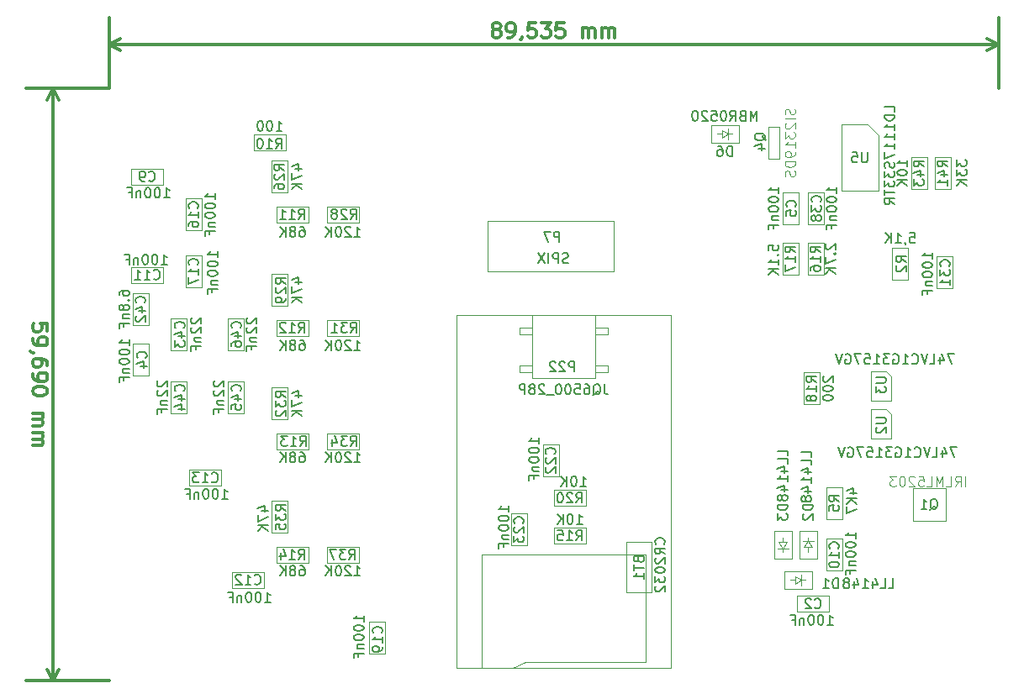
<source format=gbr>
G04 #@! TF.GenerationSoftware,KiCad,Pcbnew,(5.0.2)-1*
G04 #@! TF.CreationDate,2019-04-05T16:18:55+02:00*
G04 #@! TF.ProjectId,Mega_2560 core mini_full_2.2,4d656761-5f32-4353-9630-20636f726520,2.2*
G04 #@! TF.SameCoordinates,Original*
G04 #@! TF.FileFunction,Other,Fab,Bot*
%FSLAX46Y46*%
G04 Gerber Fmt 4.6, Leading zero omitted, Abs format (unit mm)*
G04 Created by KiCad (PCBNEW (5.0.2)-1) date 05/04/2019 16:18:55*
%MOMM*%
%LPD*%
G01*
G04 APERTURE LIST*
%ADD10C,0.300000*%
%ADD11C,0.120000*%
%ADD12C,0.100000*%
%ADD13C,0.150000*%
G04 APERTURE END LIST*
D10*
X179016448Y-55905909D02*
X178873591Y-55834481D01*
X178802162Y-55763052D01*
X178730734Y-55620195D01*
X178730734Y-55548766D01*
X178802162Y-55405909D01*
X178873591Y-55334481D01*
X179016448Y-55263052D01*
X179302162Y-55263052D01*
X179445020Y-55334481D01*
X179516448Y-55405909D01*
X179587877Y-55548766D01*
X179587877Y-55620195D01*
X179516448Y-55763052D01*
X179445020Y-55834481D01*
X179302162Y-55905909D01*
X179016448Y-55905909D01*
X178873591Y-55977338D01*
X178802162Y-56048766D01*
X178730734Y-56191623D01*
X178730734Y-56477338D01*
X178802162Y-56620195D01*
X178873591Y-56691623D01*
X179016448Y-56763052D01*
X179302162Y-56763052D01*
X179445020Y-56691623D01*
X179516448Y-56620195D01*
X179587877Y-56477338D01*
X179587877Y-56191623D01*
X179516448Y-56048766D01*
X179445020Y-55977338D01*
X179302162Y-55905909D01*
X180302162Y-56763052D02*
X180587877Y-56763052D01*
X180730734Y-56691623D01*
X180802162Y-56620195D01*
X180945020Y-56405909D01*
X181016448Y-56120195D01*
X181016448Y-55548766D01*
X180945020Y-55405909D01*
X180873591Y-55334481D01*
X180730734Y-55263052D01*
X180445020Y-55263052D01*
X180302162Y-55334481D01*
X180230734Y-55405909D01*
X180159305Y-55548766D01*
X180159305Y-55905909D01*
X180230734Y-56048766D01*
X180302162Y-56120195D01*
X180445020Y-56191623D01*
X180730734Y-56191623D01*
X180873591Y-56120195D01*
X180945020Y-56048766D01*
X181016448Y-55905909D01*
X181730734Y-56691623D02*
X181730734Y-56763052D01*
X181659305Y-56905909D01*
X181587877Y-56977338D01*
X183087877Y-55263052D02*
X182373591Y-55263052D01*
X182302162Y-55977338D01*
X182373591Y-55905909D01*
X182516448Y-55834481D01*
X182873591Y-55834481D01*
X183016448Y-55905909D01*
X183087877Y-55977338D01*
X183159305Y-56120195D01*
X183159305Y-56477338D01*
X183087877Y-56620195D01*
X183016448Y-56691623D01*
X182873591Y-56763052D01*
X182516448Y-56763052D01*
X182373591Y-56691623D01*
X182302162Y-56620195D01*
X183659305Y-55263052D02*
X184587877Y-55263052D01*
X184087877Y-55834481D01*
X184302162Y-55834481D01*
X184445020Y-55905909D01*
X184516448Y-55977338D01*
X184587877Y-56120195D01*
X184587877Y-56477338D01*
X184516448Y-56620195D01*
X184445020Y-56691623D01*
X184302162Y-56763052D01*
X183873591Y-56763052D01*
X183730734Y-56691623D01*
X183659305Y-56620195D01*
X185945020Y-55263052D02*
X185230734Y-55263052D01*
X185159305Y-55977338D01*
X185230734Y-55905909D01*
X185373591Y-55834481D01*
X185730734Y-55834481D01*
X185873591Y-55905909D01*
X185945020Y-55977338D01*
X186016448Y-56120195D01*
X186016448Y-56477338D01*
X185945020Y-56620195D01*
X185873591Y-56691623D01*
X185730734Y-56763052D01*
X185373591Y-56763052D01*
X185230734Y-56691623D01*
X185159305Y-56620195D01*
X187802162Y-56763052D02*
X187802162Y-55763052D01*
X187802162Y-55905909D02*
X187873591Y-55834481D01*
X188016448Y-55763052D01*
X188230734Y-55763052D01*
X188373591Y-55834481D01*
X188445020Y-55977338D01*
X188445020Y-56763052D01*
X188445020Y-55977338D02*
X188516448Y-55834481D01*
X188659305Y-55763052D01*
X188873591Y-55763052D01*
X189016448Y-55834481D01*
X189087877Y-55977338D01*
X189087877Y-56763052D01*
X189802162Y-56763052D02*
X189802162Y-55763052D01*
X189802162Y-55905909D02*
X189873591Y-55834481D01*
X190016448Y-55763052D01*
X190230734Y-55763052D01*
X190373591Y-55834481D01*
X190445020Y-55977338D01*
X190445020Y-56763052D01*
X190445020Y-55977338D02*
X190516448Y-55834481D01*
X190659305Y-55763052D01*
X190873591Y-55763052D01*
X191016448Y-55834481D01*
X191087877Y-55977338D01*
X191087877Y-56763052D01*
X229712520Y-57434481D02*
X140177520Y-57434481D01*
X229712520Y-61879480D02*
X229712520Y-54734481D01*
X140177520Y-61879480D02*
X140177520Y-54734481D01*
X140177520Y-57434481D02*
X141304024Y-56848060D01*
X140177520Y-57434481D02*
X141304024Y-58020902D01*
X229712520Y-57434481D02*
X228586016Y-56848060D01*
X229712520Y-57434481D02*
X228586016Y-58020902D01*
X133933949Y-86295908D02*
X133933949Y-85581622D01*
X133219663Y-85510194D01*
X133291092Y-85581622D01*
X133362521Y-85724480D01*
X133362521Y-86081622D01*
X133291092Y-86224480D01*
X133219663Y-86295908D01*
X133076806Y-86367337D01*
X132719663Y-86367337D01*
X132576806Y-86295908D01*
X132505378Y-86224480D01*
X132433949Y-86081622D01*
X132433949Y-85724480D01*
X132505378Y-85581622D01*
X132576806Y-85510194D01*
X132433949Y-87081622D02*
X132433949Y-87367337D01*
X132505378Y-87510194D01*
X132576806Y-87581622D01*
X132791092Y-87724480D01*
X133076806Y-87795908D01*
X133648235Y-87795908D01*
X133791092Y-87724480D01*
X133862521Y-87653051D01*
X133933949Y-87510194D01*
X133933949Y-87224480D01*
X133862521Y-87081622D01*
X133791092Y-87010194D01*
X133648235Y-86938765D01*
X133291092Y-86938765D01*
X133148235Y-87010194D01*
X133076806Y-87081622D01*
X133005378Y-87224480D01*
X133005378Y-87510194D01*
X133076806Y-87653051D01*
X133148235Y-87724480D01*
X133291092Y-87795908D01*
X132505378Y-88510194D02*
X132433949Y-88510194D01*
X132291092Y-88438765D01*
X132219663Y-88367337D01*
X133933949Y-89795908D02*
X133933949Y-89510194D01*
X133862521Y-89367337D01*
X133791092Y-89295908D01*
X133576806Y-89153051D01*
X133291092Y-89081622D01*
X132719663Y-89081622D01*
X132576806Y-89153051D01*
X132505378Y-89224480D01*
X132433949Y-89367337D01*
X132433949Y-89653051D01*
X132505378Y-89795908D01*
X132576806Y-89867337D01*
X132719663Y-89938765D01*
X133076806Y-89938765D01*
X133219663Y-89867337D01*
X133291092Y-89795908D01*
X133362521Y-89653051D01*
X133362521Y-89367337D01*
X133291092Y-89224480D01*
X133219663Y-89153051D01*
X133076806Y-89081622D01*
X132433949Y-90653051D02*
X132433949Y-90938765D01*
X132505378Y-91081622D01*
X132576806Y-91153051D01*
X132791092Y-91295908D01*
X133076806Y-91367337D01*
X133648235Y-91367337D01*
X133791092Y-91295908D01*
X133862521Y-91224480D01*
X133933949Y-91081622D01*
X133933949Y-90795908D01*
X133862521Y-90653051D01*
X133791092Y-90581622D01*
X133648235Y-90510194D01*
X133291092Y-90510194D01*
X133148235Y-90581622D01*
X133076806Y-90653051D01*
X133005378Y-90795908D01*
X133005378Y-91081622D01*
X133076806Y-91224480D01*
X133148235Y-91295908D01*
X133291092Y-91367337D01*
X133933949Y-92295908D02*
X133933949Y-92438765D01*
X133862521Y-92581622D01*
X133791092Y-92653051D01*
X133648235Y-92724480D01*
X133362521Y-92795908D01*
X133005378Y-92795908D01*
X132719663Y-92724480D01*
X132576806Y-92653051D01*
X132505378Y-92581622D01*
X132433949Y-92438765D01*
X132433949Y-92295908D01*
X132505378Y-92153051D01*
X132576806Y-92081622D01*
X132719663Y-92010194D01*
X133005378Y-91938765D01*
X133362521Y-91938765D01*
X133648235Y-92010194D01*
X133791092Y-92081622D01*
X133862521Y-92153051D01*
X133933949Y-92295908D01*
X132433949Y-94581622D02*
X133433949Y-94581622D01*
X133291092Y-94581622D02*
X133362521Y-94653051D01*
X133433949Y-94795908D01*
X133433949Y-95010194D01*
X133362521Y-95153051D01*
X133219663Y-95224480D01*
X132433949Y-95224480D01*
X133219663Y-95224480D02*
X133362521Y-95295908D01*
X133433949Y-95438765D01*
X133433949Y-95653051D01*
X133362521Y-95795908D01*
X133219663Y-95867337D01*
X132433949Y-95867337D01*
X132433949Y-96581622D02*
X133433949Y-96581622D01*
X133291092Y-96581622D02*
X133362521Y-96653051D01*
X133433949Y-96795908D01*
X133433949Y-97010194D01*
X133362521Y-97153051D01*
X133219663Y-97224480D01*
X132433949Y-97224480D01*
X133219663Y-97224480D02*
X133362521Y-97295908D01*
X133433949Y-97438765D01*
X133433949Y-97653051D01*
X133362521Y-97795908D01*
X133219663Y-97867337D01*
X132433949Y-97867337D01*
X134462521Y-61879480D02*
X134462521Y-121569480D01*
X140177520Y-61879480D02*
X131762521Y-61879480D01*
X140177520Y-121569480D02*
X131762521Y-121569480D01*
X134462521Y-121569480D02*
X133876100Y-120442976D01*
X134462521Y-121569480D02*
X135048942Y-120442976D01*
X134462521Y-61879480D02*
X133876100Y-63005984D01*
X134462521Y-61879480D02*
X135048942Y-63005984D01*
D11*
G04 #@! TO.C,Q4*
X206556520Y-68940480D02*
X206556520Y-65740480D01*
X206556520Y-65740480D02*
X207656520Y-65740480D01*
X207656520Y-65740480D02*
X207656520Y-68940480D01*
X207656520Y-68940480D02*
X206556520Y-68940480D01*
D12*
G04 #@! TO.C,C2*
X209443520Y-113022480D02*
X209443520Y-114622480D01*
X212643520Y-113022480D02*
X209443520Y-113022480D01*
X212643520Y-114622480D02*
X212643520Y-113022480D01*
X209443520Y-114622480D02*
X212643520Y-114622480D01*
G04 #@! TO.C,D3*
X207995520Y-107603480D02*
X207995520Y-107103480D01*
X207595520Y-107603480D02*
X207995520Y-108203480D01*
X208395520Y-107603480D02*
X207595520Y-107603480D01*
X207995520Y-108203480D02*
X208395520Y-107603480D01*
X207995520Y-108203480D02*
X207445520Y-108203480D01*
X207995520Y-108203480D02*
X208545520Y-108203480D01*
X207995520Y-108603480D02*
X207995520Y-108203480D01*
X207095520Y-109253480D02*
X208895520Y-109253480D01*
X207095520Y-106453480D02*
X207095520Y-109253480D01*
X208895520Y-106453480D02*
X207095520Y-106453480D01*
X208895520Y-109253480D02*
X208895520Y-106453480D01*
G04 #@! TO.C,D2*
X210535520Y-108103480D02*
X210535520Y-108603480D01*
X210935520Y-108103480D02*
X210535520Y-107503480D01*
X210135520Y-108103480D02*
X210935520Y-108103480D01*
X210535520Y-107503480D02*
X210135520Y-108103480D01*
X210535520Y-107503480D02*
X211085520Y-107503480D01*
X210535520Y-107503480D02*
X209985520Y-107503480D01*
X210535520Y-107103480D02*
X210535520Y-107503480D01*
X211435520Y-106453480D02*
X209635520Y-106453480D01*
X211435520Y-109253480D02*
X211435520Y-106453480D01*
X209635520Y-109253480D02*
X211435520Y-109253480D01*
X209635520Y-106453480D02*
X209635520Y-109253480D01*
D11*
G04 #@! TO.C,U2*
X218901520Y-97161480D02*
X216901520Y-97161480D01*
X216901520Y-97161480D02*
X216901520Y-94161480D01*
X216901520Y-94161480D02*
X218401520Y-94161480D01*
X218401520Y-94161480D02*
X218901520Y-94661480D01*
X218901520Y-94661480D02*
X218901520Y-97161480D01*
G04 #@! TO.C,U3*
X218901520Y-93351480D02*
X216901520Y-93351480D01*
X216901520Y-93351480D02*
X216901520Y-90351480D01*
X216901520Y-90351480D02*
X218401520Y-90351480D01*
X218401520Y-90351480D02*
X218901520Y-90851480D01*
X218901520Y-90851480D02*
X218901520Y-93351480D01*
D12*
G04 #@! TO.C,R18*
X211716520Y-90505480D02*
X210116520Y-90505480D01*
X211716520Y-93705480D02*
X211716520Y-90505480D01*
X210116520Y-93705480D02*
X211716520Y-93705480D01*
X210116520Y-90505480D02*
X210116520Y-93705480D01*
G04 #@! TO.C,R10*
X154706520Y-66540480D02*
X154706520Y-68140480D01*
X157906520Y-66540480D02*
X154706520Y-66540480D01*
X157906520Y-68140480D02*
X157906520Y-66540480D01*
X154706520Y-68140480D02*
X157906520Y-68140480D01*
G04 #@! TO.C,R2*
X219006520Y-81132480D02*
X220606520Y-81132480D01*
X219006520Y-77932480D02*
X219006520Y-81132480D01*
X220606520Y-77932480D02*
X219006520Y-77932480D01*
X220606520Y-81132480D02*
X220606520Y-77932480D01*
D11*
G04 #@! TO.C,Q1*
X224378520Y-105440480D02*
X221076520Y-105440480D01*
X221076520Y-105440480D02*
X221076520Y-102138480D01*
X221076520Y-102138480D02*
X224378520Y-102138480D01*
X224378520Y-102138480D02*
X224378520Y-105440480D01*
D12*
G04 #@! TO.C,D1*
X209269520Y-111409480D02*
X208769520Y-111409480D01*
X209269520Y-111809480D02*
X209869520Y-111409480D01*
X209269520Y-111009480D02*
X209269520Y-111809480D01*
X209869520Y-111409480D02*
X209269520Y-111009480D01*
X209869520Y-111409480D02*
X209869520Y-111959480D01*
X209869520Y-111409480D02*
X209869520Y-110859480D01*
X210269520Y-111409480D02*
X209869520Y-111409480D01*
X210919520Y-112309480D02*
X210919520Y-110509480D01*
X208119520Y-112309480D02*
X210919520Y-112309480D01*
X208119520Y-110509480D02*
X208119520Y-112309480D01*
X210919520Y-110509480D02*
X208119520Y-110509480D01*
G04 #@! TO.C,C10*
X212402520Y-110469480D02*
X214002520Y-110469480D01*
X212402520Y-107269480D02*
X212402520Y-110469480D01*
X214002520Y-107269480D02*
X212402520Y-107269480D01*
X214002520Y-110469480D02*
X214002520Y-107269480D01*
G04 #@! TO.C,R5*
X212402520Y-105262480D02*
X214002520Y-105262480D01*
X212402520Y-102062480D02*
X212402520Y-105262480D01*
X214002520Y-102062480D02*
X212402520Y-102062480D01*
X214002520Y-105262480D02*
X214002520Y-102062480D01*
G04 #@! TO.C,C31*
X225051520Y-78821480D02*
X223451520Y-78821480D01*
X225051520Y-82021480D02*
X225051520Y-78821480D01*
X223451520Y-82021480D02*
X225051520Y-82021480D01*
X223451520Y-78821480D02*
X223451520Y-82021480D01*
G04 #@! TO.C,R41*
X223324520Y-71988480D02*
X224924520Y-71988480D01*
X223324520Y-68788480D02*
X223324520Y-71988480D01*
X224924520Y-68788480D02*
X223324520Y-68788480D01*
X224924520Y-71988480D02*
X224924520Y-68788480D01*
G04 #@! TO.C,R43*
X222511520Y-68788480D02*
X220911520Y-68788480D01*
X222511520Y-71988480D02*
X222511520Y-68788480D01*
X220911520Y-71988480D02*
X222511520Y-71988480D01*
X220911520Y-68788480D02*
X220911520Y-71988480D01*
G04 #@! TO.C,R16*
X210497520Y-80624480D02*
X212097520Y-80624480D01*
X210497520Y-77424480D02*
X210497520Y-80624480D01*
X212097520Y-77424480D02*
X210497520Y-77424480D01*
X212097520Y-80624480D02*
X212097520Y-77424480D01*
G04 #@! TO.C,R17*
X207957520Y-80624480D02*
X209557520Y-80624480D01*
X207957520Y-77424480D02*
X207957520Y-80624480D01*
X209557520Y-77424480D02*
X207957520Y-77424480D01*
X209557520Y-80624480D02*
X209557520Y-77424480D01*
G04 #@! TO.C,C38*
X212097520Y-72344480D02*
X210497520Y-72344480D01*
X212097520Y-75544480D02*
X212097520Y-72344480D01*
X210497520Y-75544480D02*
X212097520Y-75544480D01*
X210497520Y-72344480D02*
X210497520Y-75544480D01*
G04 #@! TO.C,C5*
X209557520Y-72344480D02*
X207957520Y-72344480D01*
X209557520Y-75544480D02*
X209557520Y-72344480D01*
X207957520Y-75544480D02*
X209557520Y-75544480D01*
X207957520Y-72344480D02*
X207957520Y-75544480D01*
G04 #@! TO.C,U5*
X217592520Y-66564480D02*
X216542520Y-65514480D01*
X217592520Y-66564480D02*
X217592520Y-72214480D01*
X216542520Y-65514480D02*
X213892520Y-65514480D01*
X217592520Y-72214480D02*
X213892520Y-72214480D01*
X213892520Y-65514480D02*
X213892520Y-72214480D01*
G04 #@! TO.C,D6*
X201903520Y-66451480D02*
X201403520Y-66451480D01*
X201903520Y-66851480D02*
X202503520Y-66451480D01*
X201903520Y-66051480D02*
X201903520Y-66851480D01*
X202503520Y-66451480D02*
X201903520Y-66051480D01*
X202503520Y-66451480D02*
X202503520Y-67001480D01*
X202503520Y-66451480D02*
X202503520Y-65901480D01*
X202903520Y-66451480D02*
X202503520Y-66451480D01*
X203553520Y-67351480D02*
X203553520Y-65551480D01*
X200753520Y-67351480D02*
X203553520Y-67351480D01*
X200753520Y-65551480D02*
X200753520Y-67351480D01*
X203553520Y-65551480D02*
X200753520Y-65551480D01*
G04 #@! TO.C,P7*
X178277520Y-75214480D02*
X190977520Y-75214480D01*
X190977520Y-75214480D02*
X190977520Y-80294480D01*
X190977520Y-80294480D02*
X178277520Y-80294480D01*
X178277520Y-80294480D02*
X178277520Y-75214480D01*
D11*
G04 #@! TO.C,P22*
X194152520Y-108869480D02*
X194152520Y-119664480D01*
X194152520Y-119664480D02*
X182722520Y-119664480D01*
X182722520Y-119664480D02*
X182087520Y-119664480D01*
X182087520Y-119664480D02*
X180817520Y-120299480D01*
X194152520Y-108869480D02*
X177642520Y-108869480D01*
X177642520Y-108869480D02*
X177642520Y-120299480D01*
X189072520Y-89819480D02*
X190342520Y-89819480D01*
X190342520Y-89819480D02*
X190342520Y-90454480D01*
X190342520Y-90454480D02*
X189072520Y-90454480D01*
X182722520Y-89819480D02*
X181452520Y-89819480D01*
X181452520Y-89819480D02*
X181452520Y-90454480D01*
X181452520Y-90454480D02*
X182722520Y-90454480D01*
X182722520Y-86009480D02*
X181452520Y-86009480D01*
X181452520Y-86009480D02*
X181452520Y-86644480D01*
X181452520Y-86644480D02*
X182722520Y-86644480D01*
X189072520Y-86009480D02*
X190342520Y-86009480D01*
X190342520Y-86009480D02*
X190342520Y-86644480D01*
X190342520Y-86644480D02*
X189072520Y-86644480D01*
X189072520Y-84739480D02*
X189072520Y-91089480D01*
X189072520Y-91089480D02*
X182722520Y-91089480D01*
X182722520Y-91089480D02*
X182722520Y-84739480D01*
X196692520Y-120299480D02*
X175102520Y-120299480D01*
X175102520Y-120299480D02*
X175102520Y-84739480D01*
X175102520Y-84739480D02*
X196692520Y-84739480D01*
X196692520Y-84739480D02*
X196692520Y-120299480D01*
D12*
G04 #@! TO.C,C22*
X185427520Y-97744480D02*
X183827520Y-97744480D01*
X185427520Y-100944480D02*
X185427520Y-97744480D01*
X183827520Y-100944480D02*
X185427520Y-100944480D01*
X183827520Y-97744480D02*
X183827520Y-100944480D01*
G04 #@! TO.C,R20*
X184932520Y-102354480D02*
X184932520Y-103954480D01*
X188132520Y-102354480D02*
X184932520Y-102354480D01*
X188132520Y-103954480D02*
X188132520Y-102354480D01*
X184932520Y-103954480D02*
X188132520Y-103954480D01*
G04 #@! TO.C,R15*
X184932520Y-106164480D02*
X184932520Y-107764480D01*
X188132520Y-106164480D02*
X184932520Y-106164480D01*
X188132520Y-107764480D02*
X188132520Y-106164480D01*
X184932520Y-107764480D02*
X188132520Y-107764480D01*
G04 #@! TO.C,C23*
X182252520Y-104729480D02*
X180652520Y-104729480D01*
X182252520Y-107929480D02*
X182252520Y-104729480D01*
X180652520Y-107929480D02*
X182252520Y-107929480D01*
X180652520Y-104729480D02*
X180652520Y-107929480D01*
G04 #@! TO.C,C19*
X167901520Y-115651480D02*
X166301520Y-115651480D01*
X167901520Y-118851480D02*
X167901520Y-115651480D01*
X166301520Y-118851480D02*
X167901520Y-118851480D01*
X166301520Y-115651480D02*
X166301520Y-118851480D01*
G04 #@! TO.C,R35*
X156522520Y-106659480D02*
X158122520Y-106659480D01*
X156522520Y-103459480D02*
X156522520Y-106659480D01*
X158122520Y-103459480D02*
X156522520Y-103459480D01*
X158122520Y-106659480D02*
X158122520Y-103459480D01*
G04 #@! TO.C,C12*
X152547520Y-110609480D02*
X152547520Y-112209480D01*
X155747520Y-110609480D02*
X152547520Y-110609480D01*
X155747520Y-112209480D02*
X155747520Y-110609480D01*
X152547520Y-112209480D02*
X155747520Y-112209480D01*
G04 #@! TO.C,C13*
X151429520Y-101922480D02*
X151429520Y-100322480D01*
X148229520Y-101922480D02*
X151429520Y-101922480D01*
X148229520Y-100322480D02*
X148229520Y-101922480D01*
X151429520Y-100322480D02*
X148229520Y-100322480D01*
G04 #@! TO.C,R34*
X162072520Y-96639480D02*
X162072520Y-98239480D01*
X165272520Y-96639480D02*
X162072520Y-96639480D01*
X165272520Y-98239480D02*
X165272520Y-96639480D01*
X162072520Y-98239480D02*
X165272520Y-98239480D01*
G04 #@! TO.C,R32*
X156522520Y-95229480D02*
X158122520Y-95229480D01*
X156522520Y-92029480D02*
X156522520Y-95229480D01*
X158122520Y-92029480D02*
X156522520Y-92029480D01*
X158122520Y-95229480D02*
X158122520Y-92029480D01*
G04 #@! TO.C,C45*
X152077520Y-94594480D02*
X153677520Y-94594480D01*
X152077520Y-91394480D02*
X152077520Y-94594480D01*
X153677520Y-91394480D02*
X152077520Y-91394480D01*
X153677520Y-94594480D02*
X153677520Y-91394480D01*
G04 #@! TO.C,C44*
X146362520Y-94594480D02*
X147962520Y-94594480D01*
X146362520Y-91394480D02*
X146362520Y-94594480D01*
X147962520Y-91394480D02*
X146362520Y-91394480D01*
X147962520Y-94594480D02*
X147962520Y-91394480D01*
G04 #@! TO.C,C43*
X147962520Y-85044480D02*
X146362520Y-85044480D01*
X147962520Y-88244480D02*
X147962520Y-85044480D01*
X146362520Y-88244480D02*
X147962520Y-88244480D01*
X146362520Y-85044480D02*
X146362520Y-88244480D01*
G04 #@! TO.C,C46*
X153677520Y-85044480D02*
X152077520Y-85044480D01*
X153677520Y-88244480D02*
X153677520Y-85044480D01*
X152077520Y-88244480D02*
X153677520Y-88244480D01*
X152077520Y-85044480D02*
X152077520Y-88244480D01*
G04 #@! TO.C,R31*
X162072520Y-85209480D02*
X162072520Y-86809480D01*
X165272520Y-85209480D02*
X162072520Y-85209480D01*
X165272520Y-86809480D02*
X165272520Y-85209480D01*
X162072520Y-86809480D02*
X165272520Y-86809480D01*
G04 #@! TO.C,R29*
X156522520Y-83799480D02*
X158122520Y-83799480D01*
X156522520Y-80599480D02*
X156522520Y-83799480D01*
X158122520Y-80599480D02*
X156522520Y-80599480D01*
X158122520Y-83799480D02*
X158122520Y-80599480D01*
G04 #@! TO.C,R11*
X156992520Y-73779480D02*
X156992520Y-75379480D01*
X160192520Y-73779480D02*
X156992520Y-73779480D01*
X160192520Y-75379480D02*
X160192520Y-73779480D01*
X156992520Y-75379480D02*
X160192520Y-75379480D01*
G04 #@! TO.C,R28*
X162072520Y-73779480D02*
X162072520Y-75379480D01*
X165272520Y-73779480D02*
X162072520Y-73779480D01*
X165272520Y-75379480D02*
X165272520Y-73779480D01*
X162072520Y-75379480D02*
X165272520Y-75379480D01*
G04 #@! TO.C,C11*
X145587520Y-81475480D02*
X145587520Y-79875480D01*
X142387520Y-81475480D02*
X145587520Y-81475480D01*
X142387520Y-79875480D02*
X142387520Y-81475480D01*
X145587520Y-79875480D02*
X142387520Y-79875480D01*
G04 #@! TO.C,C42*
X142552520Y-85704480D02*
X144152520Y-85704480D01*
X142552520Y-82504480D02*
X142552520Y-85704480D01*
X144152520Y-82504480D02*
X142552520Y-82504480D01*
X144152520Y-85704480D02*
X144152520Y-82504480D01*
G04 #@! TO.C,C17*
X149486520Y-78694480D02*
X147886520Y-78694480D01*
X149486520Y-81894480D02*
X149486520Y-78694480D01*
X147886520Y-81894480D02*
X149486520Y-81894480D01*
X147886520Y-78694480D02*
X147886520Y-81894480D01*
G04 #@! TO.C,C16*
X147886520Y-76179480D02*
X149486520Y-76179480D01*
X147886520Y-72979480D02*
X147886520Y-76179480D01*
X149486520Y-72979480D02*
X147886520Y-72979480D01*
X149486520Y-76179480D02*
X149486520Y-72979480D01*
G04 #@! TO.C,R26*
X156522520Y-72369480D02*
X158122520Y-72369480D01*
X156522520Y-69169480D02*
X156522520Y-72369480D01*
X158122520Y-69169480D02*
X156522520Y-69169480D01*
X158122520Y-72369480D02*
X158122520Y-69169480D01*
G04 #@! TO.C,C9*
X145587520Y-71569480D02*
X145587520Y-69969480D01*
X142387520Y-71569480D02*
X145587520Y-71569480D01*
X142387520Y-69969480D02*
X142387520Y-71569480D01*
X145587520Y-69969480D02*
X142387520Y-69969480D01*
G04 #@! TO.C,R12*
X156992520Y-85209480D02*
X156992520Y-86809480D01*
X160192520Y-85209480D02*
X156992520Y-85209480D01*
X160192520Y-86809480D02*
X160192520Y-85209480D01*
X156992520Y-86809480D02*
X160192520Y-86809480D01*
G04 #@! TO.C,R13*
X156992520Y-96639480D02*
X156992520Y-98239480D01*
X160192520Y-96639480D02*
X156992520Y-96639480D01*
X160192520Y-98239480D02*
X160192520Y-96639480D01*
X156992520Y-98239480D02*
X160192520Y-98239480D01*
G04 #@! TO.C,R37*
X162072520Y-108069480D02*
X162072520Y-109669480D01*
X165272520Y-108069480D02*
X162072520Y-108069480D01*
X165272520Y-109669480D02*
X165272520Y-108069480D01*
X162072520Y-109669480D02*
X165272520Y-109669480D01*
G04 #@! TO.C,R14*
X156992520Y-108069480D02*
X156992520Y-109669480D01*
X160192520Y-108069480D02*
X156992520Y-108069480D01*
X160192520Y-109669480D02*
X160192520Y-108069480D01*
X156992520Y-109669480D02*
X160192520Y-109669480D01*
G04 #@! TO.C,BT1*
X194787520Y-107599480D02*
X194787520Y-112679480D01*
X194787520Y-112679480D02*
X192247520Y-112679480D01*
X192247520Y-112679480D02*
X192247520Y-107599480D01*
X192247520Y-107599480D02*
X194787520Y-107599480D01*
G04 #@! TO.C,C4*
X142552520Y-90784480D02*
X144152520Y-90784480D01*
X142552520Y-87584480D02*
X142552520Y-90784480D01*
X144152520Y-87584480D02*
X142552520Y-87584480D01*
X144152520Y-90784480D02*
X144152520Y-87584480D01*
G04 #@! TD*
G04 #@! TO.C,Q4*
X209162281Y-63935718D02*
X209209900Y-64078575D01*
X209209900Y-64316670D01*
X209162281Y-64411908D01*
X209114662Y-64459527D01*
X209019424Y-64507146D01*
X208924186Y-64507146D01*
X208828948Y-64459527D01*
X208781329Y-64411908D01*
X208733710Y-64316670D01*
X208686091Y-64126194D01*
X208638472Y-64030956D01*
X208590853Y-63983337D01*
X208495615Y-63935718D01*
X208400377Y-63935718D01*
X208305139Y-63983337D01*
X208257520Y-64030956D01*
X208209900Y-64126194D01*
X208209900Y-64364289D01*
X208257520Y-64507146D01*
X209209900Y-64935718D02*
X208209900Y-64935718D01*
X208305139Y-65364289D02*
X208257520Y-65411908D01*
X208209900Y-65507146D01*
X208209900Y-65745241D01*
X208257520Y-65840480D01*
X208305139Y-65888099D01*
X208400377Y-65935718D01*
X208495615Y-65935718D01*
X208638472Y-65888099D01*
X209209900Y-65316670D01*
X209209900Y-65935718D01*
X208209900Y-66269051D02*
X208209900Y-66888099D01*
X208590853Y-66554765D01*
X208590853Y-66697622D01*
X208638472Y-66792860D01*
X208686091Y-66840480D01*
X208781329Y-66888099D01*
X209019424Y-66888099D01*
X209114662Y-66840480D01*
X209162281Y-66792860D01*
X209209900Y-66697622D01*
X209209900Y-66411908D01*
X209162281Y-66316670D01*
X209114662Y-66269051D01*
X209209900Y-67840480D02*
X209209900Y-67269051D01*
X209209900Y-67554765D02*
X208209900Y-67554765D01*
X208352758Y-67459527D01*
X208447996Y-67364289D01*
X208495615Y-67269051D01*
X209209900Y-68316670D02*
X209209900Y-68507146D01*
X209162281Y-68602384D01*
X209114662Y-68650003D01*
X208971805Y-68745241D01*
X208781329Y-68792860D01*
X208400377Y-68792860D01*
X208305139Y-68745241D01*
X208257520Y-68697622D01*
X208209900Y-68602384D01*
X208209900Y-68411908D01*
X208257520Y-68316670D01*
X208305139Y-68269051D01*
X208400377Y-68221432D01*
X208638472Y-68221432D01*
X208733710Y-68269051D01*
X208781329Y-68316670D01*
X208828948Y-68411908D01*
X208828948Y-68602384D01*
X208781329Y-68697622D01*
X208733710Y-68745241D01*
X208638472Y-68792860D01*
X209209900Y-69221432D02*
X208209900Y-69221432D01*
X208209900Y-69459527D01*
X208257520Y-69602384D01*
X208352758Y-69697622D01*
X208447996Y-69745241D01*
X208638472Y-69792860D01*
X208781329Y-69792860D01*
X208971805Y-69745241D01*
X209067043Y-69697622D01*
X209162281Y-69602384D01*
X209209900Y-69459527D01*
X209209900Y-69221432D01*
X209162281Y-70173813D02*
X209209900Y-70316670D01*
X209209900Y-70554765D01*
X209162281Y-70650003D01*
X209114662Y-70697622D01*
X209019424Y-70745241D01*
X208924186Y-70745241D01*
X208828948Y-70697622D01*
X208781329Y-70650003D01*
X208733710Y-70554765D01*
X208686091Y-70364289D01*
X208638472Y-70269051D01*
X208590853Y-70221432D01*
X208495615Y-70173813D01*
X208400377Y-70173813D01*
X208305139Y-70221432D01*
X208257520Y-70269051D01*
X208209900Y-70364289D01*
X208209900Y-70602384D01*
X208257520Y-70745241D01*
D13*
X206257139Y-67118241D02*
X206209520Y-67023003D01*
X206114281Y-66927765D01*
X205971424Y-66784908D01*
X205923805Y-66689670D01*
X205923805Y-66594432D01*
X206161900Y-66642051D02*
X206114281Y-66546813D01*
X206019043Y-66451575D01*
X205828567Y-66403956D01*
X205495234Y-66403956D01*
X205304758Y-66451575D01*
X205209520Y-66546813D01*
X205161900Y-66642051D01*
X205161900Y-66832527D01*
X205209520Y-66927765D01*
X205304758Y-67023003D01*
X205495234Y-67070622D01*
X205828567Y-67070622D01*
X206019043Y-67023003D01*
X206114281Y-66927765D01*
X206161900Y-66832527D01*
X206161900Y-66642051D01*
X205495234Y-67927765D02*
X206161900Y-67927765D01*
X205114281Y-67689670D02*
X205828567Y-67451575D01*
X205828567Y-68070622D01*
G04 #@! TO.C,C2*
X212464139Y-115925860D02*
X213035567Y-115925860D01*
X212749853Y-115925860D02*
X212749853Y-114925860D01*
X212845091Y-115068718D01*
X212940329Y-115163956D01*
X213035567Y-115211575D01*
X211845091Y-114925860D02*
X211749853Y-114925860D01*
X211654615Y-114973480D01*
X211606996Y-115021099D01*
X211559377Y-115116337D01*
X211511758Y-115306813D01*
X211511758Y-115544908D01*
X211559377Y-115735384D01*
X211606996Y-115830622D01*
X211654615Y-115878241D01*
X211749853Y-115925860D01*
X211845091Y-115925860D01*
X211940329Y-115878241D01*
X211987948Y-115830622D01*
X212035567Y-115735384D01*
X212083186Y-115544908D01*
X212083186Y-115306813D01*
X212035567Y-115116337D01*
X211987948Y-115021099D01*
X211940329Y-114973480D01*
X211845091Y-114925860D01*
X210892710Y-114925860D02*
X210797472Y-114925860D01*
X210702234Y-114973480D01*
X210654615Y-115021099D01*
X210606996Y-115116337D01*
X210559377Y-115306813D01*
X210559377Y-115544908D01*
X210606996Y-115735384D01*
X210654615Y-115830622D01*
X210702234Y-115878241D01*
X210797472Y-115925860D01*
X210892710Y-115925860D01*
X210987948Y-115878241D01*
X211035567Y-115830622D01*
X211083186Y-115735384D01*
X211130805Y-115544908D01*
X211130805Y-115306813D01*
X211083186Y-115116337D01*
X211035567Y-115021099D01*
X210987948Y-114973480D01*
X210892710Y-114925860D01*
X210130805Y-115259194D02*
X210130805Y-115925860D01*
X210130805Y-115354432D02*
X210083186Y-115306813D01*
X209987948Y-115259194D01*
X209845091Y-115259194D01*
X209749853Y-115306813D01*
X209702234Y-115402051D01*
X209702234Y-115925860D01*
X208892710Y-115402051D02*
X209226043Y-115402051D01*
X209226043Y-115925860D02*
X209226043Y-114925860D01*
X208749853Y-114925860D01*
X211210186Y-114179622D02*
X211257805Y-114227241D01*
X211400662Y-114274860D01*
X211495900Y-114274860D01*
X211638758Y-114227241D01*
X211733996Y-114132003D01*
X211781615Y-114036765D01*
X211829234Y-113846289D01*
X211829234Y-113703432D01*
X211781615Y-113512956D01*
X211733996Y-113417718D01*
X211638758Y-113322480D01*
X211495900Y-113274860D01*
X211400662Y-113274860D01*
X211257805Y-113322480D01*
X211210186Y-113370099D01*
X210829234Y-113370099D02*
X210781615Y-113322480D01*
X210686377Y-113274860D01*
X210448281Y-113274860D01*
X210353043Y-113322480D01*
X210305424Y-113370099D01*
X210257805Y-113465337D01*
X210257805Y-113560575D01*
X210305424Y-113703432D01*
X210876853Y-114274860D01*
X210257805Y-114274860D01*
G04 #@! TO.C,D3*
X208447900Y-98868480D02*
X208447900Y-98392289D01*
X207447900Y-98392289D01*
X208447900Y-99678003D02*
X208447900Y-99201813D01*
X207447900Y-99201813D01*
X207781234Y-100439908D02*
X208447900Y-100439908D01*
X207400281Y-100201813D02*
X208114567Y-99963718D01*
X208114567Y-100582765D01*
X208447900Y-101487527D02*
X208447900Y-100916099D01*
X208447900Y-101201813D02*
X207447900Y-101201813D01*
X207590758Y-101106575D01*
X207685996Y-101011337D01*
X207733615Y-100916099D01*
X207781234Y-102344670D02*
X208447900Y-102344670D01*
X207400281Y-102106575D02*
X208114567Y-101868480D01*
X208114567Y-102487527D01*
X207876472Y-103011337D02*
X207828853Y-102916099D01*
X207781234Y-102868480D01*
X207685996Y-102820860D01*
X207638377Y-102820860D01*
X207543139Y-102868480D01*
X207495520Y-102916099D01*
X207447900Y-103011337D01*
X207447900Y-103201813D01*
X207495520Y-103297051D01*
X207543139Y-103344670D01*
X207638377Y-103392289D01*
X207685996Y-103392289D01*
X207781234Y-103344670D01*
X207828853Y-103297051D01*
X207876472Y-103201813D01*
X207876472Y-103011337D01*
X207924091Y-102916099D01*
X207971710Y-102868480D01*
X208066948Y-102820860D01*
X208257424Y-102820860D01*
X208352662Y-102868480D01*
X208400281Y-102916099D01*
X208447900Y-103011337D01*
X208447900Y-103201813D01*
X208400281Y-103297051D01*
X208352662Y-103344670D01*
X208257424Y-103392289D01*
X208066948Y-103392289D01*
X207971710Y-103344670D01*
X207924091Y-103297051D01*
X207876472Y-103201813D01*
X208447900Y-103813384D02*
X207447900Y-103813384D01*
X207447900Y-104051480D01*
X207495520Y-104194337D01*
X207590758Y-104289575D01*
X207685996Y-104337194D01*
X207876472Y-104384813D01*
X208019329Y-104384813D01*
X208209805Y-104337194D01*
X208305043Y-104289575D01*
X208400281Y-104194337D01*
X208447900Y-104051480D01*
X208447900Y-103813384D01*
X207447900Y-104718146D02*
X207447900Y-105337194D01*
X207828853Y-105003860D01*
X207828853Y-105146718D01*
X207876472Y-105241956D01*
X207924091Y-105289575D01*
X208019329Y-105337194D01*
X208257424Y-105337194D01*
X208352662Y-105289575D01*
X208400281Y-105241956D01*
X208447900Y-105146718D01*
X208447900Y-104861003D01*
X208400281Y-104765765D01*
X208352662Y-104718146D01*
G04 #@! TO.C,D2*
X210860900Y-98995480D02*
X210860900Y-98519289D01*
X209860900Y-98519289D01*
X210860900Y-99805003D02*
X210860900Y-99328813D01*
X209860900Y-99328813D01*
X210194234Y-100566908D02*
X210860900Y-100566908D01*
X209813281Y-100328813D02*
X210527567Y-100090718D01*
X210527567Y-100709765D01*
X210860900Y-101614527D02*
X210860900Y-101043099D01*
X210860900Y-101328813D02*
X209860900Y-101328813D01*
X210003758Y-101233575D01*
X210098996Y-101138337D01*
X210146615Y-101043099D01*
X210194234Y-102471670D02*
X210860900Y-102471670D01*
X209813281Y-102233575D02*
X210527567Y-101995480D01*
X210527567Y-102614527D01*
X210289472Y-103138337D02*
X210241853Y-103043099D01*
X210194234Y-102995480D01*
X210098996Y-102947860D01*
X210051377Y-102947860D01*
X209956139Y-102995480D01*
X209908520Y-103043099D01*
X209860900Y-103138337D01*
X209860900Y-103328813D01*
X209908520Y-103424051D01*
X209956139Y-103471670D01*
X210051377Y-103519289D01*
X210098996Y-103519289D01*
X210194234Y-103471670D01*
X210241853Y-103424051D01*
X210289472Y-103328813D01*
X210289472Y-103138337D01*
X210337091Y-103043099D01*
X210384710Y-102995480D01*
X210479948Y-102947860D01*
X210670424Y-102947860D01*
X210765662Y-102995480D01*
X210813281Y-103043099D01*
X210860900Y-103138337D01*
X210860900Y-103328813D01*
X210813281Y-103424051D01*
X210765662Y-103471670D01*
X210670424Y-103519289D01*
X210479948Y-103519289D01*
X210384710Y-103471670D01*
X210337091Y-103424051D01*
X210289472Y-103328813D01*
X210987900Y-103813384D02*
X209987900Y-103813384D01*
X209987900Y-104051480D01*
X210035520Y-104194337D01*
X210130758Y-104289575D01*
X210225996Y-104337194D01*
X210416472Y-104384813D01*
X210559329Y-104384813D01*
X210749805Y-104337194D01*
X210845043Y-104289575D01*
X210940281Y-104194337D01*
X210987900Y-104051480D01*
X210987900Y-103813384D01*
X210083139Y-104765765D02*
X210035520Y-104813384D01*
X209987900Y-104908622D01*
X209987900Y-105146718D01*
X210035520Y-105241956D01*
X210083139Y-105289575D01*
X210178377Y-105337194D01*
X210273615Y-105337194D01*
X210416472Y-105289575D01*
X210987900Y-104718146D01*
X210987900Y-105337194D01*
G04 #@! TO.C,U2*
X225504900Y-98034860D02*
X224838234Y-98034860D01*
X225266805Y-99034860D01*
X224028710Y-98368194D02*
X224028710Y-99034860D01*
X224266805Y-97987241D02*
X224504900Y-98701527D01*
X223885853Y-98701527D01*
X223028710Y-99034860D02*
X223504900Y-99034860D01*
X223504900Y-98034860D01*
X222838234Y-98034860D02*
X222504900Y-99034860D01*
X222171567Y-98034860D01*
X221266805Y-98939622D02*
X221314424Y-98987241D01*
X221457281Y-99034860D01*
X221552520Y-99034860D01*
X221695377Y-98987241D01*
X221790615Y-98892003D01*
X221838234Y-98796765D01*
X221885853Y-98606289D01*
X221885853Y-98463432D01*
X221838234Y-98272956D01*
X221790615Y-98177718D01*
X221695377Y-98082480D01*
X221552520Y-98034860D01*
X221457281Y-98034860D01*
X221314424Y-98082480D01*
X221266805Y-98130099D01*
X220314424Y-99034860D02*
X220885853Y-99034860D01*
X220600139Y-99034860D02*
X220600139Y-98034860D01*
X220695377Y-98177718D01*
X220790615Y-98272956D01*
X220885853Y-98320575D01*
X219362043Y-98082480D02*
X219457281Y-98034860D01*
X219600139Y-98034860D01*
X219742996Y-98082480D01*
X219838234Y-98177718D01*
X219885853Y-98272956D01*
X219933472Y-98463432D01*
X219933472Y-98606289D01*
X219885853Y-98796765D01*
X219838234Y-98892003D01*
X219742996Y-98987241D01*
X219600139Y-99034860D01*
X219504900Y-99034860D01*
X219362043Y-98987241D01*
X219314424Y-98939622D01*
X219314424Y-98606289D01*
X219504900Y-98606289D01*
X218981091Y-98034860D02*
X218362043Y-98034860D01*
X218695377Y-98415813D01*
X218552520Y-98415813D01*
X218457281Y-98463432D01*
X218409662Y-98511051D01*
X218362043Y-98606289D01*
X218362043Y-98844384D01*
X218409662Y-98939622D01*
X218457281Y-98987241D01*
X218552520Y-99034860D01*
X218838234Y-99034860D01*
X218933472Y-98987241D01*
X218981091Y-98939622D01*
X217409662Y-99034860D02*
X217981091Y-99034860D01*
X217695377Y-99034860D02*
X217695377Y-98034860D01*
X217790615Y-98177718D01*
X217885853Y-98272956D01*
X217981091Y-98320575D01*
X216504900Y-98034860D02*
X216981091Y-98034860D01*
X217028710Y-98511051D01*
X216981091Y-98463432D01*
X216885853Y-98415813D01*
X216647758Y-98415813D01*
X216552520Y-98463432D01*
X216504900Y-98511051D01*
X216457281Y-98606289D01*
X216457281Y-98844384D01*
X216504900Y-98939622D01*
X216552520Y-98987241D01*
X216647758Y-99034860D01*
X216885853Y-99034860D01*
X216981091Y-98987241D01*
X217028710Y-98939622D01*
X216123948Y-98034860D02*
X215457281Y-98034860D01*
X215885853Y-99034860D01*
X214552520Y-98082480D02*
X214647758Y-98034860D01*
X214790615Y-98034860D01*
X214933472Y-98082480D01*
X215028710Y-98177718D01*
X215076329Y-98272956D01*
X215123948Y-98463432D01*
X215123948Y-98606289D01*
X215076329Y-98796765D01*
X215028710Y-98892003D01*
X214933472Y-98987241D01*
X214790615Y-99034860D01*
X214695377Y-99034860D01*
X214552520Y-98987241D01*
X214504900Y-98939622D01*
X214504900Y-98606289D01*
X214695377Y-98606289D01*
X214219186Y-98034860D02*
X213885853Y-99034860D01*
X213552520Y-98034860D01*
X217353900Y-95026575D02*
X218163424Y-95026575D01*
X218258662Y-95074194D01*
X218306281Y-95121813D01*
X218353900Y-95217051D01*
X218353900Y-95407527D01*
X218306281Y-95502765D01*
X218258662Y-95550384D01*
X218163424Y-95598003D01*
X217353900Y-95598003D01*
X217449139Y-96026575D02*
X217401520Y-96074194D01*
X217353900Y-96169432D01*
X217353900Y-96407527D01*
X217401520Y-96502765D01*
X217449139Y-96550384D01*
X217544377Y-96598003D01*
X217639615Y-96598003D01*
X217782472Y-96550384D01*
X218353900Y-95978956D01*
X218353900Y-96598003D01*
G04 #@! TO.C,U3*
X225250900Y-88636860D02*
X224584234Y-88636860D01*
X225012805Y-89636860D01*
X223774710Y-88970194D02*
X223774710Y-89636860D01*
X224012805Y-88589241D02*
X224250900Y-89303527D01*
X223631853Y-89303527D01*
X222774710Y-89636860D02*
X223250900Y-89636860D01*
X223250900Y-88636860D01*
X222584234Y-88636860D02*
X222250900Y-89636860D01*
X221917567Y-88636860D01*
X221012805Y-89541622D02*
X221060424Y-89589241D01*
X221203281Y-89636860D01*
X221298520Y-89636860D01*
X221441377Y-89589241D01*
X221536615Y-89494003D01*
X221584234Y-89398765D01*
X221631853Y-89208289D01*
X221631853Y-89065432D01*
X221584234Y-88874956D01*
X221536615Y-88779718D01*
X221441377Y-88684480D01*
X221298520Y-88636860D01*
X221203281Y-88636860D01*
X221060424Y-88684480D01*
X221012805Y-88732099D01*
X220060424Y-89636860D02*
X220631853Y-89636860D01*
X220346139Y-89636860D02*
X220346139Y-88636860D01*
X220441377Y-88779718D01*
X220536615Y-88874956D01*
X220631853Y-88922575D01*
X219108043Y-88684480D02*
X219203281Y-88636860D01*
X219346139Y-88636860D01*
X219488996Y-88684480D01*
X219584234Y-88779718D01*
X219631853Y-88874956D01*
X219679472Y-89065432D01*
X219679472Y-89208289D01*
X219631853Y-89398765D01*
X219584234Y-89494003D01*
X219488996Y-89589241D01*
X219346139Y-89636860D01*
X219250900Y-89636860D01*
X219108043Y-89589241D01*
X219060424Y-89541622D01*
X219060424Y-89208289D01*
X219250900Y-89208289D01*
X218727091Y-88636860D02*
X218108043Y-88636860D01*
X218441377Y-89017813D01*
X218298520Y-89017813D01*
X218203281Y-89065432D01*
X218155662Y-89113051D01*
X218108043Y-89208289D01*
X218108043Y-89446384D01*
X218155662Y-89541622D01*
X218203281Y-89589241D01*
X218298520Y-89636860D01*
X218584234Y-89636860D01*
X218679472Y-89589241D01*
X218727091Y-89541622D01*
X217155662Y-89636860D02*
X217727091Y-89636860D01*
X217441377Y-89636860D02*
X217441377Y-88636860D01*
X217536615Y-88779718D01*
X217631853Y-88874956D01*
X217727091Y-88922575D01*
X216250900Y-88636860D02*
X216727091Y-88636860D01*
X216774710Y-89113051D01*
X216727091Y-89065432D01*
X216631853Y-89017813D01*
X216393758Y-89017813D01*
X216298520Y-89065432D01*
X216250900Y-89113051D01*
X216203281Y-89208289D01*
X216203281Y-89446384D01*
X216250900Y-89541622D01*
X216298520Y-89589241D01*
X216393758Y-89636860D01*
X216631853Y-89636860D01*
X216727091Y-89589241D01*
X216774710Y-89541622D01*
X215869948Y-88636860D02*
X215203281Y-88636860D01*
X215631853Y-89636860D01*
X214298520Y-88684480D02*
X214393758Y-88636860D01*
X214536615Y-88636860D01*
X214679472Y-88684480D01*
X214774710Y-88779718D01*
X214822329Y-88874956D01*
X214869948Y-89065432D01*
X214869948Y-89208289D01*
X214822329Y-89398765D01*
X214774710Y-89494003D01*
X214679472Y-89589241D01*
X214536615Y-89636860D01*
X214441377Y-89636860D01*
X214298520Y-89589241D01*
X214250900Y-89541622D01*
X214250900Y-89208289D01*
X214441377Y-89208289D01*
X213965186Y-88636860D02*
X213631853Y-89636860D01*
X213298520Y-88636860D01*
X217353900Y-90962575D02*
X218163424Y-90962575D01*
X218258662Y-91010194D01*
X218306281Y-91057813D01*
X218353900Y-91153051D01*
X218353900Y-91343527D01*
X218306281Y-91438765D01*
X218258662Y-91486384D01*
X218163424Y-91534003D01*
X217353900Y-91534003D01*
X217353900Y-91914956D02*
X217353900Y-92534003D01*
X217734853Y-92200670D01*
X217734853Y-92343527D01*
X217782472Y-92438765D01*
X217830091Y-92486384D01*
X217925329Y-92534003D01*
X218163424Y-92534003D01*
X218258662Y-92486384D01*
X218306281Y-92438765D01*
X218353900Y-92343527D01*
X218353900Y-92057813D01*
X218306281Y-91962575D01*
X218258662Y-91914956D01*
G04 #@! TO.C,R18*
X212115139Y-90867384D02*
X212067520Y-90915003D01*
X212019900Y-91010241D01*
X212019900Y-91248337D01*
X212067520Y-91343575D01*
X212115139Y-91391194D01*
X212210377Y-91438813D01*
X212305615Y-91438813D01*
X212448472Y-91391194D01*
X213019900Y-90819765D01*
X213019900Y-91438813D01*
X212019900Y-92057860D02*
X212019900Y-92153099D01*
X212067520Y-92248337D01*
X212115139Y-92295956D01*
X212210377Y-92343575D01*
X212400853Y-92391194D01*
X212638948Y-92391194D01*
X212829424Y-92343575D01*
X212924662Y-92295956D01*
X212972281Y-92248337D01*
X213019900Y-92153099D01*
X213019900Y-92057860D01*
X212972281Y-91962622D01*
X212924662Y-91915003D01*
X212829424Y-91867384D01*
X212638948Y-91819765D01*
X212400853Y-91819765D01*
X212210377Y-91867384D01*
X212115139Y-91915003D01*
X212067520Y-91962622D01*
X212019900Y-92057860D01*
X212019900Y-93010241D02*
X212019900Y-93105480D01*
X212067520Y-93200718D01*
X212115139Y-93248337D01*
X212210377Y-93295956D01*
X212400853Y-93343575D01*
X212638948Y-93343575D01*
X212829424Y-93295956D01*
X212924662Y-93248337D01*
X212972281Y-93200718D01*
X213019900Y-93105480D01*
X213019900Y-93010241D01*
X212972281Y-92915003D01*
X212924662Y-92867384D01*
X212829424Y-92819765D01*
X212638948Y-92772146D01*
X212400853Y-92772146D01*
X212210377Y-92819765D01*
X212115139Y-92867384D01*
X212067520Y-92915003D01*
X212019900Y-93010241D01*
X211368900Y-91462622D02*
X210892710Y-91129289D01*
X211368900Y-90891194D02*
X210368900Y-90891194D01*
X210368900Y-91272146D01*
X210416520Y-91367384D01*
X210464139Y-91415003D01*
X210559377Y-91462622D01*
X210702234Y-91462622D01*
X210797472Y-91415003D01*
X210845091Y-91367384D01*
X210892710Y-91272146D01*
X210892710Y-90891194D01*
X211368900Y-92415003D02*
X211368900Y-91843575D01*
X211368900Y-92129289D02*
X210368900Y-92129289D01*
X210511758Y-92034051D01*
X210606996Y-91938813D01*
X210654615Y-91843575D01*
X210797472Y-92986432D02*
X210749853Y-92891194D01*
X210702234Y-92843575D01*
X210606996Y-92795956D01*
X210559377Y-92795956D01*
X210464139Y-92843575D01*
X210416520Y-92891194D01*
X210368900Y-92986432D01*
X210368900Y-93176908D01*
X210416520Y-93272146D01*
X210464139Y-93319765D01*
X210559377Y-93367384D01*
X210606996Y-93367384D01*
X210702234Y-93319765D01*
X210749853Y-93272146D01*
X210797472Y-93176908D01*
X210797472Y-92986432D01*
X210845091Y-92891194D01*
X210892710Y-92843575D01*
X210987948Y-92795956D01*
X211178424Y-92795956D01*
X211273662Y-92843575D01*
X211321281Y-92891194D01*
X211368900Y-92986432D01*
X211368900Y-93176908D01*
X211321281Y-93272146D01*
X211273662Y-93319765D01*
X211178424Y-93367384D01*
X210987948Y-93367384D01*
X210892710Y-93319765D01*
X210845091Y-93272146D01*
X210797472Y-93176908D01*
G04 #@! TO.C,R10*
X156973186Y-66141860D02*
X157544615Y-66141860D01*
X157258900Y-66141860D02*
X157258900Y-65141860D01*
X157354139Y-65284718D01*
X157449377Y-65379956D01*
X157544615Y-65427575D01*
X156354139Y-65141860D02*
X156258900Y-65141860D01*
X156163662Y-65189480D01*
X156116043Y-65237099D01*
X156068424Y-65332337D01*
X156020805Y-65522813D01*
X156020805Y-65760908D01*
X156068424Y-65951384D01*
X156116043Y-66046622D01*
X156163662Y-66094241D01*
X156258900Y-66141860D01*
X156354139Y-66141860D01*
X156449377Y-66094241D01*
X156496996Y-66046622D01*
X156544615Y-65951384D01*
X156592234Y-65760908D01*
X156592234Y-65522813D01*
X156544615Y-65332337D01*
X156496996Y-65237099D01*
X156449377Y-65189480D01*
X156354139Y-65141860D01*
X155401758Y-65141860D02*
X155306520Y-65141860D01*
X155211281Y-65189480D01*
X155163662Y-65237099D01*
X155116043Y-65332337D01*
X155068424Y-65522813D01*
X155068424Y-65760908D01*
X155116043Y-65951384D01*
X155163662Y-66046622D01*
X155211281Y-66094241D01*
X155306520Y-66141860D01*
X155401758Y-66141860D01*
X155496996Y-66094241D01*
X155544615Y-66046622D01*
X155592234Y-65951384D01*
X155639853Y-65760908D01*
X155639853Y-65522813D01*
X155592234Y-65332337D01*
X155544615Y-65237099D01*
X155496996Y-65189480D01*
X155401758Y-65141860D01*
X156949377Y-67919860D02*
X157282710Y-67443670D01*
X157520805Y-67919860D02*
X157520805Y-66919860D01*
X157139853Y-66919860D01*
X157044615Y-66967480D01*
X156996996Y-67015099D01*
X156949377Y-67110337D01*
X156949377Y-67253194D01*
X156996996Y-67348432D01*
X157044615Y-67396051D01*
X157139853Y-67443670D01*
X157520805Y-67443670D01*
X155996996Y-67919860D02*
X156568424Y-67919860D01*
X156282710Y-67919860D02*
X156282710Y-66919860D01*
X156377948Y-67062718D01*
X156473186Y-67157956D01*
X156568424Y-67205575D01*
X155377948Y-66919860D02*
X155282710Y-66919860D01*
X155187472Y-66967480D01*
X155139853Y-67015099D01*
X155092234Y-67110337D01*
X155044615Y-67300813D01*
X155044615Y-67538908D01*
X155092234Y-67729384D01*
X155139853Y-67824622D01*
X155187472Y-67872241D01*
X155282710Y-67919860D01*
X155377948Y-67919860D01*
X155473186Y-67872241D01*
X155520805Y-67824622D01*
X155568424Y-67729384D01*
X155616043Y-67538908D01*
X155616043Y-67300813D01*
X155568424Y-67110337D01*
X155520805Y-67015099D01*
X155473186Y-66967480D01*
X155377948Y-66919860D01*
G04 #@! TO.C,R2*
X220782710Y-76444860D02*
X221258900Y-76444860D01*
X221306520Y-76921051D01*
X221258900Y-76873432D01*
X221163662Y-76825813D01*
X220925567Y-76825813D01*
X220830329Y-76873432D01*
X220782710Y-76921051D01*
X220735091Y-77016289D01*
X220735091Y-77254384D01*
X220782710Y-77349622D01*
X220830329Y-77397241D01*
X220925567Y-77444860D01*
X221163662Y-77444860D01*
X221258900Y-77397241D01*
X221306520Y-77349622D01*
X220258900Y-77397241D02*
X220258900Y-77444860D01*
X220306520Y-77540099D01*
X220354139Y-77587718D01*
X219306520Y-77444860D02*
X219877948Y-77444860D01*
X219592234Y-77444860D02*
X219592234Y-76444860D01*
X219687472Y-76587718D01*
X219782710Y-76682956D01*
X219877948Y-76730575D01*
X218877948Y-77444860D02*
X218877948Y-76444860D01*
X218306520Y-77444860D02*
X218735091Y-76873432D01*
X218306520Y-76444860D02*
X218877948Y-77016289D01*
X220385900Y-79365813D02*
X219909710Y-79032480D01*
X220385900Y-78794384D02*
X219385900Y-78794384D01*
X219385900Y-79175337D01*
X219433520Y-79270575D01*
X219481139Y-79318194D01*
X219576377Y-79365813D01*
X219719234Y-79365813D01*
X219814472Y-79318194D01*
X219862091Y-79270575D01*
X219909710Y-79175337D01*
X219909710Y-78794384D01*
X219481139Y-79746765D02*
X219433520Y-79794384D01*
X219385900Y-79889622D01*
X219385900Y-80127718D01*
X219433520Y-80222956D01*
X219481139Y-80270575D01*
X219576377Y-80318194D01*
X219671615Y-80318194D01*
X219814472Y-80270575D01*
X220385900Y-79699146D01*
X220385900Y-80318194D01*
G04 #@! TO.C,Q1*
D12*
X226386234Y-101955860D02*
X226386234Y-100955860D01*
X225338615Y-101955860D02*
X225671948Y-101479670D01*
X225910043Y-101955860D02*
X225910043Y-100955860D01*
X225529091Y-100955860D01*
X225433853Y-101003480D01*
X225386234Y-101051099D01*
X225338615Y-101146337D01*
X225338615Y-101289194D01*
X225386234Y-101384432D01*
X225433853Y-101432051D01*
X225529091Y-101479670D01*
X225910043Y-101479670D01*
X224433853Y-101955860D02*
X224910043Y-101955860D01*
X224910043Y-100955860D01*
X224100520Y-101955860D02*
X224100520Y-100955860D01*
X223767186Y-101670146D01*
X223433853Y-100955860D01*
X223433853Y-101955860D01*
X222481472Y-101955860D02*
X222957662Y-101955860D01*
X222957662Y-100955860D01*
X221671948Y-100955860D02*
X222148139Y-100955860D01*
X222195758Y-101432051D01*
X222148139Y-101384432D01*
X222052900Y-101336813D01*
X221814805Y-101336813D01*
X221719567Y-101384432D01*
X221671948Y-101432051D01*
X221624329Y-101527289D01*
X221624329Y-101765384D01*
X221671948Y-101860622D01*
X221719567Y-101908241D01*
X221814805Y-101955860D01*
X222052900Y-101955860D01*
X222148139Y-101908241D01*
X222195758Y-101860622D01*
X221243377Y-101051099D02*
X221195758Y-101003480D01*
X221100520Y-100955860D01*
X220862424Y-100955860D01*
X220767186Y-101003480D01*
X220719567Y-101051099D01*
X220671948Y-101146337D01*
X220671948Y-101241575D01*
X220719567Y-101384432D01*
X221290996Y-101955860D01*
X220671948Y-101955860D01*
X220052900Y-100955860D02*
X219957662Y-100955860D01*
X219862424Y-101003480D01*
X219814805Y-101051099D01*
X219767186Y-101146337D01*
X219719567Y-101336813D01*
X219719567Y-101574908D01*
X219767186Y-101765384D01*
X219814805Y-101860622D01*
X219862424Y-101908241D01*
X219957662Y-101955860D01*
X220052900Y-101955860D01*
X220148139Y-101908241D01*
X220195758Y-101860622D01*
X220243377Y-101765384D01*
X220290996Y-101574908D01*
X220290996Y-101336813D01*
X220243377Y-101146337D01*
X220195758Y-101051099D01*
X220148139Y-101003480D01*
X220052900Y-100955860D01*
X219386234Y-100955860D02*
X218767186Y-100955860D01*
X219100520Y-101336813D01*
X218957662Y-101336813D01*
X218862424Y-101384432D01*
X218814805Y-101432051D01*
X218767186Y-101527289D01*
X218767186Y-101765384D01*
X218814805Y-101860622D01*
X218862424Y-101908241D01*
X218957662Y-101955860D01*
X219243377Y-101955860D01*
X219338615Y-101908241D01*
X219386234Y-101860622D01*
D13*
X222822758Y-104337099D02*
X222917996Y-104289480D01*
X223013234Y-104194241D01*
X223156091Y-104051384D01*
X223251329Y-104003765D01*
X223346567Y-104003765D01*
X223298948Y-104241860D02*
X223394186Y-104194241D01*
X223489424Y-104099003D01*
X223537043Y-103908527D01*
X223537043Y-103575194D01*
X223489424Y-103384718D01*
X223394186Y-103289480D01*
X223298948Y-103241860D01*
X223108472Y-103241860D01*
X223013234Y-103289480D01*
X222917996Y-103384718D01*
X222870377Y-103575194D01*
X222870377Y-103908527D01*
X222917996Y-104099003D01*
X223013234Y-104194241D01*
X223108472Y-104241860D01*
X223298948Y-104241860D01*
X221917996Y-104241860D02*
X222489424Y-104241860D01*
X222203710Y-104241860D02*
X222203710Y-103241860D01*
X222298948Y-103384718D01*
X222394186Y-103479956D01*
X222489424Y-103527575D01*
G04 #@! TO.C,D1*
X218631520Y-112242860D02*
X219107710Y-112242860D01*
X219107710Y-111242860D01*
X217821996Y-112242860D02*
X218298186Y-112242860D01*
X218298186Y-111242860D01*
X217060091Y-111576194D02*
X217060091Y-112242860D01*
X217298186Y-111195241D02*
X217536281Y-111909527D01*
X216917234Y-111909527D01*
X216012472Y-112242860D02*
X216583900Y-112242860D01*
X216298186Y-112242860D02*
X216298186Y-111242860D01*
X216393424Y-111385718D01*
X216488662Y-111480956D01*
X216583900Y-111528575D01*
X215155329Y-111576194D02*
X215155329Y-112242860D01*
X215393424Y-111195241D02*
X215631520Y-111909527D01*
X215012472Y-111909527D01*
X214488662Y-111671432D02*
X214583900Y-111623813D01*
X214631520Y-111576194D01*
X214679139Y-111480956D01*
X214679139Y-111433337D01*
X214631520Y-111338099D01*
X214583900Y-111290480D01*
X214488662Y-111242860D01*
X214298186Y-111242860D01*
X214202948Y-111290480D01*
X214155329Y-111338099D01*
X214107710Y-111433337D01*
X214107710Y-111480956D01*
X214155329Y-111576194D01*
X214202948Y-111623813D01*
X214298186Y-111671432D01*
X214488662Y-111671432D01*
X214583900Y-111719051D01*
X214631520Y-111766670D01*
X214679139Y-111861908D01*
X214679139Y-112052384D01*
X214631520Y-112147622D01*
X214583900Y-112195241D01*
X214488662Y-112242860D01*
X214298186Y-112242860D01*
X214202948Y-112195241D01*
X214155329Y-112147622D01*
X214107710Y-112052384D01*
X214107710Y-111861908D01*
X214155329Y-111766670D01*
X214202948Y-111719051D01*
X214298186Y-111671432D01*
X213559615Y-112242860D02*
X213559615Y-111242860D01*
X213321520Y-111242860D01*
X213178662Y-111290480D01*
X213083424Y-111385718D01*
X213035805Y-111480956D01*
X212988186Y-111671432D01*
X212988186Y-111814289D01*
X213035805Y-112004765D01*
X213083424Y-112100003D01*
X213178662Y-112195241D01*
X213321520Y-112242860D01*
X213559615Y-112242860D01*
X212035805Y-112242860D02*
X212607234Y-112242860D01*
X212321520Y-112242860D02*
X212321520Y-111242860D01*
X212416758Y-111385718D01*
X212511996Y-111480956D01*
X212607234Y-111528575D01*
G04 #@! TO.C,C10*
X215305900Y-107194860D02*
X215305900Y-106623432D01*
X215305900Y-106909146D02*
X214305900Y-106909146D01*
X214448758Y-106813908D01*
X214543996Y-106718670D01*
X214591615Y-106623432D01*
X214305900Y-107813908D02*
X214305900Y-107909146D01*
X214353520Y-108004384D01*
X214401139Y-108052003D01*
X214496377Y-108099622D01*
X214686853Y-108147241D01*
X214924948Y-108147241D01*
X215115424Y-108099622D01*
X215210662Y-108052003D01*
X215258281Y-108004384D01*
X215305900Y-107909146D01*
X215305900Y-107813908D01*
X215258281Y-107718670D01*
X215210662Y-107671051D01*
X215115424Y-107623432D01*
X214924948Y-107575813D01*
X214686853Y-107575813D01*
X214496377Y-107623432D01*
X214401139Y-107671051D01*
X214353520Y-107718670D01*
X214305900Y-107813908D01*
X214305900Y-108766289D02*
X214305900Y-108861527D01*
X214353520Y-108956765D01*
X214401139Y-109004384D01*
X214496377Y-109052003D01*
X214686853Y-109099622D01*
X214924948Y-109099622D01*
X215115424Y-109052003D01*
X215210662Y-109004384D01*
X215258281Y-108956765D01*
X215305900Y-108861527D01*
X215305900Y-108766289D01*
X215258281Y-108671051D01*
X215210662Y-108623432D01*
X215115424Y-108575813D01*
X214924948Y-108528194D01*
X214686853Y-108528194D01*
X214496377Y-108575813D01*
X214401139Y-108623432D01*
X214353520Y-108671051D01*
X214305900Y-108766289D01*
X214639234Y-109528194D02*
X215305900Y-109528194D01*
X214734472Y-109528194D02*
X214686853Y-109575813D01*
X214639234Y-109671051D01*
X214639234Y-109813908D01*
X214686853Y-109909146D01*
X214782091Y-109956765D01*
X215305900Y-109956765D01*
X214782091Y-110766289D02*
X214782091Y-110432956D01*
X215305900Y-110432956D02*
X214305900Y-110432956D01*
X214305900Y-110909146D01*
X213559662Y-108226622D02*
X213607281Y-108179003D01*
X213654900Y-108036146D01*
X213654900Y-107940908D01*
X213607281Y-107798051D01*
X213512043Y-107702813D01*
X213416805Y-107655194D01*
X213226329Y-107607575D01*
X213083472Y-107607575D01*
X212892996Y-107655194D01*
X212797758Y-107702813D01*
X212702520Y-107798051D01*
X212654900Y-107940908D01*
X212654900Y-108036146D01*
X212702520Y-108179003D01*
X212750139Y-108226622D01*
X213654900Y-109179003D02*
X213654900Y-108607575D01*
X213654900Y-108893289D02*
X212654900Y-108893289D01*
X212797758Y-108798051D01*
X212892996Y-108702813D01*
X212940615Y-108607575D01*
X212654900Y-109798051D02*
X212654900Y-109893289D01*
X212702520Y-109988527D01*
X212750139Y-110036146D01*
X212845377Y-110083765D01*
X213035853Y-110131384D01*
X213273948Y-110131384D01*
X213464424Y-110083765D01*
X213559662Y-110036146D01*
X213607281Y-109988527D01*
X213654900Y-109893289D01*
X213654900Y-109798051D01*
X213607281Y-109702813D01*
X213559662Y-109655194D01*
X213464424Y-109607575D01*
X213273948Y-109559956D01*
X213035853Y-109559956D01*
X212845377Y-109607575D01*
X212750139Y-109655194D01*
X212702520Y-109702813D01*
X212654900Y-109798051D01*
G04 #@! TO.C,R5*
X214766234Y-102622765D02*
X215432900Y-102622765D01*
X214385281Y-102384670D02*
X215099567Y-102146575D01*
X215099567Y-102765622D01*
X215432900Y-103146575D02*
X214432900Y-103146575D01*
X215432900Y-103718003D02*
X214861472Y-103289432D01*
X214432900Y-103718003D02*
X215004329Y-103146575D01*
X214432900Y-104051337D02*
X214432900Y-104718003D01*
X215432900Y-104289432D01*
X213654900Y-103495813D02*
X213178710Y-103162480D01*
X213654900Y-102924384D02*
X212654900Y-102924384D01*
X212654900Y-103305337D01*
X212702520Y-103400575D01*
X212750139Y-103448194D01*
X212845377Y-103495813D01*
X212988234Y-103495813D01*
X213083472Y-103448194D01*
X213131091Y-103400575D01*
X213178710Y-103305337D01*
X213178710Y-102924384D01*
X212654900Y-104400575D02*
X212654900Y-103924384D01*
X213131091Y-103876765D01*
X213083472Y-103924384D01*
X213035853Y-104019622D01*
X213035853Y-104257718D01*
X213083472Y-104352956D01*
X213131091Y-104400575D01*
X213226329Y-104448194D01*
X213464424Y-104448194D01*
X213559662Y-104400575D01*
X213607281Y-104352956D01*
X213654900Y-104257718D01*
X213654900Y-104019622D01*
X213607281Y-103924384D01*
X213559662Y-103876765D01*
G04 #@! TO.C,C31*
X223052900Y-79000860D02*
X223052900Y-78429432D01*
X223052900Y-78715146D02*
X222052900Y-78715146D01*
X222195758Y-78619908D01*
X222290996Y-78524670D01*
X222338615Y-78429432D01*
X222052900Y-79619908D02*
X222052900Y-79715146D01*
X222100520Y-79810384D01*
X222148139Y-79858003D01*
X222243377Y-79905622D01*
X222433853Y-79953241D01*
X222671948Y-79953241D01*
X222862424Y-79905622D01*
X222957662Y-79858003D01*
X223005281Y-79810384D01*
X223052900Y-79715146D01*
X223052900Y-79619908D01*
X223005281Y-79524670D01*
X222957662Y-79477051D01*
X222862424Y-79429432D01*
X222671948Y-79381813D01*
X222433853Y-79381813D01*
X222243377Y-79429432D01*
X222148139Y-79477051D01*
X222100520Y-79524670D01*
X222052900Y-79619908D01*
X222052900Y-80572289D02*
X222052900Y-80667527D01*
X222100520Y-80762765D01*
X222148139Y-80810384D01*
X222243377Y-80858003D01*
X222433853Y-80905622D01*
X222671948Y-80905622D01*
X222862424Y-80858003D01*
X222957662Y-80810384D01*
X223005281Y-80762765D01*
X223052900Y-80667527D01*
X223052900Y-80572289D01*
X223005281Y-80477051D01*
X222957662Y-80429432D01*
X222862424Y-80381813D01*
X222671948Y-80334194D01*
X222433853Y-80334194D01*
X222243377Y-80381813D01*
X222148139Y-80429432D01*
X222100520Y-80477051D01*
X222052900Y-80572289D01*
X222386234Y-81334194D02*
X223052900Y-81334194D01*
X222481472Y-81334194D02*
X222433853Y-81381813D01*
X222386234Y-81477051D01*
X222386234Y-81619908D01*
X222433853Y-81715146D01*
X222529091Y-81762765D01*
X223052900Y-81762765D01*
X222529091Y-82572289D02*
X222529091Y-82238956D01*
X223052900Y-82238956D02*
X222052900Y-82238956D01*
X222052900Y-82715146D01*
X224735662Y-79778622D02*
X224783281Y-79731003D01*
X224830900Y-79588146D01*
X224830900Y-79492908D01*
X224783281Y-79350051D01*
X224688043Y-79254813D01*
X224592805Y-79207194D01*
X224402329Y-79159575D01*
X224259472Y-79159575D01*
X224068996Y-79207194D01*
X223973758Y-79254813D01*
X223878520Y-79350051D01*
X223830900Y-79492908D01*
X223830900Y-79588146D01*
X223878520Y-79731003D01*
X223926139Y-79778622D01*
X223830900Y-80111956D02*
X223830900Y-80731003D01*
X224211853Y-80397670D01*
X224211853Y-80540527D01*
X224259472Y-80635765D01*
X224307091Y-80683384D01*
X224402329Y-80731003D01*
X224640424Y-80731003D01*
X224735662Y-80683384D01*
X224783281Y-80635765D01*
X224830900Y-80540527D01*
X224830900Y-80254813D01*
X224783281Y-80159575D01*
X224735662Y-80111956D01*
X224830900Y-81683384D02*
X224830900Y-81111956D01*
X224830900Y-81397670D02*
X223830900Y-81397670D01*
X223973758Y-81302432D01*
X224068996Y-81207194D01*
X224116615Y-81111956D01*
G04 #@! TO.C,R41*
X225481900Y-69078956D02*
X225481900Y-69698003D01*
X225862853Y-69364670D01*
X225862853Y-69507527D01*
X225910472Y-69602765D01*
X225958091Y-69650384D01*
X226053329Y-69698003D01*
X226291424Y-69698003D01*
X226386662Y-69650384D01*
X226434281Y-69602765D01*
X226481900Y-69507527D01*
X226481900Y-69221813D01*
X226434281Y-69126575D01*
X226386662Y-69078956D01*
X225481900Y-70031337D02*
X225481900Y-70650384D01*
X225862853Y-70317051D01*
X225862853Y-70459908D01*
X225910472Y-70555146D01*
X225958091Y-70602765D01*
X226053329Y-70650384D01*
X226291424Y-70650384D01*
X226386662Y-70602765D01*
X226434281Y-70555146D01*
X226481900Y-70459908D01*
X226481900Y-70174194D01*
X226434281Y-70078956D01*
X226386662Y-70031337D01*
X226481900Y-71078956D02*
X225481900Y-71078956D01*
X226481900Y-71650384D02*
X225910472Y-71221813D01*
X225481900Y-71650384D02*
X226053329Y-71078956D01*
X224576900Y-69745622D02*
X224100710Y-69412289D01*
X224576900Y-69174194D02*
X223576900Y-69174194D01*
X223576900Y-69555146D01*
X223624520Y-69650384D01*
X223672139Y-69698003D01*
X223767377Y-69745622D01*
X223910234Y-69745622D01*
X224005472Y-69698003D01*
X224053091Y-69650384D01*
X224100710Y-69555146D01*
X224100710Y-69174194D01*
X223910234Y-70602765D02*
X224576900Y-70602765D01*
X223529281Y-70364670D02*
X224243567Y-70126575D01*
X224243567Y-70745622D01*
X224576900Y-71650384D02*
X224576900Y-71078956D01*
X224576900Y-71364670D02*
X223576900Y-71364670D01*
X223719758Y-71269432D01*
X223814996Y-71174194D01*
X223862615Y-71078956D01*
G04 #@! TO.C,R43*
X220512900Y-69698003D02*
X220512900Y-69126575D01*
X220512900Y-69412289D02*
X219512900Y-69412289D01*
X219655758Y-69317051D01*
X219750996Y-69221813D01*
X219798615Y-69126575D01*
X219512900Y-70317051D02*
X219512900Y-70412289D01*
X219560520Y-70507527D01*
X219608139Y-70555146D01*
X219703377Y-70602765D01*
X219893853Y-70650384D01*
X220131948Y-70650384D01*
X220322424Y-70602765D01*
X220417662Y-70555146D01*
X220465281Y-70507527D01*
X220512900Y-70412289D01*
X220512900Y-70317051D01*
X220465281Y-70221813D01*
X220417662Y-70174194D01*
X220322424Y-70126575D01*
X220131948Y-70078956D01*
X219893853Y-70078956D01*
X219703377Y-70126575D01*
X219608139Y-70174194D01*
X219560520Y-70221813D01*
X219512900Y-70317051D01*
X220512900Y-71078956D02*
X219512900Y-71078956D01*
X220512900Y-71650384D02*
X219941472Y-71221813D01*
X219512900Y-71650384D02*
X220084329Y-71078956D01*
X222163900Y-69745622D02*
X221687710Y-69412289D01*
X222163900Y-69174194D02*
X221163900Y-69174194D01*
X221163900Y-69555146D01*
X221211520Y-69650384D01*
X221259139Y-69698003D01*
X221354377Y-69745622D01*
X221497234Y-69745622D01*
X221592472Y-69698003D01*
X221640091Y-69650384D01*
X221687710Y-69555146D01*
X221687710Y-69174194D01*
X221497234Y-70602765D02*
X222163900Y-70602765D01*
X221116281Y-70364670D02*
X221830567Y-70126575D01*
X221830567Y-70745622D01*
X221163900Y-71031337D02*
X221163900Y-71650384D01*
X221544853Y-71317051D01*
X221544853Y-71459908D01*
X221592472Y-71555146D01*
X221640091Y-71602765D01*
X221735329Y-71650384D01*
X221973424Y-71650384D01*
X222068662Y-71602765D01*
X222116281Y-71555146D01*
X222163900Y-71459908D01*
X222163900Y-71174194D01*
X222116281Y-71078956D01*
X222068662Y-71031337D01*
G04 #@! TO.C,R16*
X212369139Y-77524480D02*
X212321520Y-77572099D01*
X212273900Y-77667337D01*
X212273900Y-77905432D01*
X212321520Y-78000670D01*
X212369139Y-78048289D01*
X212464377Y-78095908D01*
X212559615Y-78095908D01*
X212702472Y-78048289D01*
X213273900Y-77476860D01*
X213273900Y-78095908D01*
X213178662Y-78524480D02*
X213226281Y-78572099D01*
X213273900Y-78524480D01*
X213226281Y-78476860D01*
X213178662Y-78524480D01*
X213273900Y-78524480D01*
X212273900Y-78905432D02*
X212273900Y-79572099D01*
X213273900Y-79143527D01*
X213273900Y-79953051D02*
X212273900Y-79953051D01*
X213273900Y-80524480D02*
X212702472Y-80095908D01*
X212273900Y-80524480D02*
X212845329Y-79953051D01*
X211749900Y-78381622D02*
X211273710Y-78048289D01*
X211749900Y-77810194D02*
X210749900Y-77810194D01*
X210749900Y-78191146D01*
X210797520Y-78286384D01*
X210845139Y-78334003D01*
X210940377Y-78381622D01*
X211083234Y-78381622D01*
X211178472Y-78334003D01*
X211226091Y-78286384D01*
X211273710Y-78191146D01*
X211273710Y-77810194D01*
X211749900Y-79334003D02*
X211749900Y-78762575D01*
X211749900Y-79048289D02*
X210749900Y-79048289D01*
X210892758Y-78953051D01*
X210987996Y-78857813D01*
X211035615Y-78762575D01*
X210749900Y-80191146D02*
X210749900Y-80000670D01*
X210797520Y-79905432D01*
X210845139Y-79857813D01*
X210987996Y-79762575D01*
X211178472Y-79714956D01*
X211559424Y-79714956D01*
X211654662Y-79762575D01*
X211702281Y-79810194D01*
X211749900Y-79905432D01*
X211749900Y-80095908D01*
X211702281Y-80191146D01*
X211654662Y-80238765D01*
X211559424Y-80286384D01*
X211321329Y-80286384D01*
X211226091Y-80238765D01*
X211178472Y-80191146D01*
X211130853Y-80095908D01*
X211130853Y-79905432D01*
X211178472Y-79810194D01*
X211226091Y-79762575D01*
X211321329Y-79714956D01*
G04 #@! TO.C,R17*
X206558900Y-78175289D02*
X206558900Y-77699099D01*
X207035091Y-77651480D01*
X206987472Y-77699099D01*
X206939853Y-77794337D01*
X206939853Y-78032432D01*
X206987472Y-78127670D01*
X207035091Y-78175289D01*
X207130329Y-78222908D01*
X207368424Y-78222908D01*
X207463662Y-78175289D01*
X207511281Y-78127670D01*
X207558900Y-78032432D01*
X207558900Y-77794337D01*
X207511281Y-77699099D01*
X207463662Y-77651480D01*
X207463662Y-78651480D02*
X207511281Y-78699099D01*
X207558900Y-78651480D01*
X207511281Y-78603860D01*
X207463662Y-78651480D01*
X207558900Y-78651480D01*
X207558900Y-79651480D02*
X207558900Y-79080051D01*
X207558900Y-79365765D02*
X206558900Y-79365765D01*
X206701758Y-79270527D01*
X206796996Y-79175289D01*
X206844615Y-79080051D01*
X207558900Y-80080051D02*
X206558900Y-80080051D01*
X207558900Y-80651480D02*
X206987472Y-80222908D01*
X206558900Y-80651480D02*
X207130329Y-80080051D01*
X209209900Y-78381622D02*
X208733710Y-78048289D01*
X209209900Y-77810194D02*
X208209900Y-77810194D01*
X208209900Y-78191146D01*
X208257520Y-78286384D01*
X208305139Y-78334003D01*
X208400377Y-78381622D01*
X208543234Y-78381622D01*
X208638472Y-78334003D01*
X208686091Y-78286384D01*
X208733710Y-78191146D01*
X208733710Y-77810194D01*
X209209900Y-79334003D02*
X209209900Y-78762575D01*
X209209900Y-79048289D02*
X208209900Y-79048289D01*
X208352758Y-78953051D01*
X208447996Y-78857813D01*
X208495615Y-78762575D01*
X208209900Y-79667337D02*
X208209900Y-80334003D01*
X209209900Y-79905432D01*
G04 #@! TO.C,C38*
X213400900Y-72396860D02*
X213400900Y-71825432D01*
X213400900Y-72111146D02*
X212400900Y-72111146D01*
X212543758Y-72015908D01*
X212638996Y-71920670D01*
X212686615Y-71825432D01*
X212400900Y-73015908D02*
X212400900Y-73111146D01*
X212448520Y-73206384D01*
X212496139Y-73254003D01*
X212591377Y-73301622D01*
X212781853Y-73349241D01*
X213019948Y-73349241D01*
X213210424Y-73301622D01*
X213305662Y-73254003D01*
X213353281Y-73206384D01*
X213400900Y-73111146D01*
X213400900Y-73015908D01*
X213353281Y-72920670D01*
X213305662Y-72873051D01*
X213210424Y-72825432D01*
X213019948Y-72777813D01*
X212781853Y-72777813D01*
X212591377Y-72825432D01*
X212496139Y-72873051D01*
X212448520Y-72920670D01*
X212400900Y-73015908D01*
X212400900Y-73968289D02*
X212400900Y-74063527D01*
X212448520Y-74158765D01*
X212496139Y-74206384D01*
X212591377Y-74254003D01*
X212781853Y-74301622D01*
X213019948Y-74301622D01*
X213210424Y-74254003D01*
X213305662Y-74206384D01*
X213353281Y-74158765D01*
X213400900Y-74063527D01*
X213400900Y-73968289D01*
X213353281Y-73873051D01*
X213305662Y-73825432D01*
X213210424Y-73777813D01*
X213019948Y-73730194D01*
X212781853Y-73730194D01*
X212591377Y-73777813D01*
X212496139Y-73825432D01*
X212448520Y-73873051D01*
X212400900Y-73968289D01*
X212734234Y-74730194D02*
X213400900Y-74730194D01*
X212829472Y-74730194D02*
X212781853Y-74777813D01*
X212734234Y-74873051D01*
X212734234Y-75015908D01*
X212781853Y-75111146D01*
X212877091Y-75158765D01*
X213400900Y-75158765D01*
X212877091Y-75968289D02*
X212877091Y-75634956D01*
X213400900Y-75634956D02*
X212400900Y-75634956D01*
X212400900Y-76111146D01*
X211781662Y-73301622D02*
X211829281Y-73254003D01*
X211876900Y-73111146D01*
X211876900Y-73015908D01*
X211829281Y-72873051D01*
X211734043Y-72777813D01*
X211638805Y-72730194D01*
X211448329Y-72682575D01*
X211305472Y-72682575D01*
X211114996Y-72730194D01*
X211019758Y-72777813D01*
X210924520Y-72873051D01*
X210876900Y-73015908D01*
X210876900Y-73111146D01*
X210924520Y-73254003D01*
X210972139Y-73301622D01*
X210876900Y-73634956D02*
X210876900Y-74254003D01*
X211257853Y-73920670D01*
X211257853Y-74063527D01*
X211305472Y-74158765D01*
X211353091Y-74206384D01*
X211448329Y-74254003D01*
X211686424Y-74254003D01*
X211781662Y-74206384D01*
X211829281Y-74158765D01*
X211876900Y-74063527D01*
X211876900Y-73777813D01*
X211829281Y-73682575D01*
X211781662Y-73634956D01*
X211305472Y-74825432D02*
X211257853Y-74730194D01*
X211210234Y-74682575D01*
X211114996Y-74634956D01*
X211067377Y-74634956D01*
X210972139Y-74682575D01*
X210924520Y-74730194D01*
X210876900Y-74825432D01*
X210876900Y-75015908D01*
X210924520Y-75111146D01*
X210972139Y-75158765D01*
X211067377Y-75206384D01*
X211114996Y-75206384D01*
X211210234Y-75158765D01*
X211257853Y-75111146D01*
X211305472Y-75015908D01*
X211305472Y-74825432D01*
X211353091Y-74730194D01*
X211400710Y-74682575D01*
X211495948Y-74634956D01*
X211686424Y-74634956D01*
X211781662Y-74682575D01*
X211829281Y-74730194D01*
X211876900Y-74825432D01*
X211876900Y-75015908D01*
X211829281Y-75111146D01*
X211781662Y-75158765D01*
X211686424Y-75206384D01*
X211495948Y-75206384D01*
X211400710Y-75158765D01*
X211353091Y-75111146D01*
X211305472Y-75015908D01*
G04 #@! TO.C,C5*
X207558900Y-72396860D02*
X207558900Y-71825432D01*
X207558900Y-72111146D02*
X206558900Y-72111146D01*
X206701758Y-72015908D01*
X206796996Y-71920670D01*
X206844615Y-71825432D01*
X206558900Y-73015908D02*
X206558900Y-73111146D01*
X206606520Y-73206384D01*
X206654139Y-73254003D01*
X206749377Y-73301622D01*
X206939853Y-73349241D01*
X207177948Y-73349241D01*
X207368424Y-73301622D01*
X207463662Y-73254003D01*
X207511281Y-73206384D01*
X207558900Y-73111146D01*
X207558900Y-73015908D01*
X207511281Y-72920670D01*
X207463662Y-72873051D01*
X207368424Y-72825432D01*
X207177948Y-72777813D01*
X206939853Y-72777813D01*
X206749377Y-72825432D01*
X206654139Y-72873051D01*
X206606520Y-72920670D01*
X206558900Y-73015908D01*
X206558900Y-73968289D02*
X206558900Y-74063527D01*
X206606520Y-74158765D01*
X206654139Y-74206384D01*
X206749377Y-74254003D01*
X206939853Y-74301622D01*
X207177948Y-74301622D01*
X207368424Y-74254003D01*
X207463662Y-74206384D01*
X207511281Y-74158765D01*
X207558900Y-74063527D01*
X207558900Y-73968289D01*
X207511281Y-73873051D01*
X207463662Y-73825432D01*
X207368424Y-73777813D01*
X207177948Y-73730194D01*
X206939853Y-73730194D01*
X206749377Y-73777813D01*
X206654139Y-73825432D01*
X206606520Y-73873051D01*
X206558900Y-73968289D01*
X206892234Y-74730194D02*
X207558900Y-74730194D01*
X206987472Y-74730194D02*
X206939853Y-74777813D01*
X206892234Y-74873051D01*
X206892234Y-75015908D01*
X206939853Y-75111146D01*
X207035091Y-75158765D01*
X207558900Y-75158765D01*
X207035091Y-75968289D02*
X207035091Y-75634956D01*
X207558900Y-75634956D02*
X206558900Y-75634956D01*
X206558900Y-76111146D01*
X209241662Y-73777813D02*
X209289281Y-73730194D01*
X209336900Y-73587337D01*
X209336900Y-73492099D01*
X209289281Y-73349241D01*
X209194043Y-73254003D01*
X209098805Y-73206384D01*
X208908329Y-73158765D01*
X208765472Y-73158765D01*
X208574996Y-73206384D01*
X208479758Y-73254003D01*
X208384520Y-73349241D01*
X208336900Y-73492099D01*
X208336900Y-73587337D01*
X208384520Y-73730194D01*
X208432139Y-73777813D01*
X208336900Y-74682575D02*
X208336900Y-74206384D01*
X208813091Y-74158765D01*
X208765472Y-74206384D01*
X208717853Y-74301622D01*
X208717853Y-74539718D01*
X208765472Y-74634956D01*
X208813091Y-74682575D01*
X208908329Y-74730194D01*
X209146424Y-74730194D01*
X209241662Y-74682575D01*
X209289281Y-74634956D01*
X209336900Y-74539718D01*
X209336900Y-74301622D01*
X209289281Y-74206384D01*
X209241662Y-74158765D01*
G04 #@! TO.C,U5*
X219242900Y-64205718D02*
X219242900Y-63729527D01*
X218242900Y-63729527D01*
X219242900Y-64539051D02*
X218242900Y-64539051D01*
X218242900Y-64777146D01*
X218290520Y-64920003D01*
X218385758Y-65015241D01*
X218480996Y-65062860D01*
X218671472Y-65110480D01*
X218814329Y-65110480D01*
X219004805Y-65062860D01*
X219100043Y-65015241D01*
X219195281Y-64920003D01*
X219242900Y-64777146D01*
X219242900Y-64539051D01*
X219242900Y-66062860D02*
X219242900Y-65491432D01*
X219242900Y-65777146D02*
X218242900Y-65777146D01*
X218385758Y-65681908D01*
X218480996Y-65586670D01*
X218528615Y-65491432D01*
X219242900Y-67015241D02*
X219242900Y-66443813D01*
X219242900Y-66729527D02*
X218242900Y-66729527D01*
X218385758Y-66634289D01*
X218480996Y-66539051D01*
X218528615Y-66443813D01*
X219242900Y-67967622D02*
X219242900Y-67396194D01*
X219242900Y-67681908D02*
X218242900Y-67681908D01*
X218385758Y-67586670D01*
X218480996Y-67491432D01*
X218528615Y-67396194D01*
X218242900Y-68300956D02*
X218242900Y-68967622D01*
X219242900Y-68539051D01*
X219195281Y-69300956D02*
X219242900Y-69443813D01*
X219242900Y-69681908D01*
X219195281Y-69777146D01*
X219147662Y-69824765D01*
X219052424Y-69872384D01*
X218957186Y-69872384D01*
X218861948Y-69824765D01*
X218814329Y-69777146D01*
X218766710Y-69681908D01*
X218719091Y-69491432D01*
X218671472Y-69396194D01*
X218623853Y-69348575D01*
X218528615Y-69300956D01*
X218433377Y-69300956D01*
X218338139Y-69348575D01*
X218290520Y-69396194D01*
X218242900Y-69491432D01*
X218242900Y-69729527D01*
X218290520Y-69872384D01*
X218242900Y-70205718D02*
X218242900Y-70824765D01*
X218623853Y-70491432D01*
X218623853Y-70634289D01*
X218671472Y-70729527D01*
X218719091Y-70777146D01*
X218814329Y-70824765D01*
X219052424Y-70824765D01*
X219147662Y-70777146D01*
X219195281Y-70729527D01*
X219242900Y-70634289D01*
X219242900Y-70348575D01*
X219195281Y-70253337D01*
X219147662Y-70205718D01*
X218242900Y-71158099D02*
X218242900Y-71777146D01*
X218623853Y-71443813D01*
X218623853Y-71586670D01*
X218671472Y-71681908D01*
X218719091Y-71729527D01*
X218814329Y-71777146D01*
X219052424Y-71777146D01*
X219147662Y-71729527D01*
X219195281Y-71681908D01*
X219242900Y-71586670D01*
X219242900Y-71300956D01*
X219195281Y-71205718D01*
X219147662Y-71158099D01*
X218242900Y-72062860D02*
X218242900Y-72634289D01*
X219242900Y-72348575D02*
X218242900Y-72348575D01*
X219242900Y-73539051D02*
X218766710Y-73205718D01*
X219242900Y-72967622D02*
X218242900Y-72967622D01*
X218242900Y-73348575D01*
X218290520Y-73443813D01*
X218338139Y-73491432D01*
X218433377Y-73539051D01*
X218576234Y-73539051D01*
X218671472Y-73491432D01*
X218719091Y-73443813D01*
X218766710Y-73348575D01*
X218766710Y-72967622D01*
X216504424Y-68316860D02*
X216504424Y-69126384D01*
X216456805Y-69221622D01*
X216409186Y-69269241D01*
X216313948Y-69316860D01*
X216123472Y-69316860D01*
X216028234Y-69269241D01*
X215980615Y-69221622D01*
X215932996Y-69126384D01*
X215932996Y-68316860D01*
X214980615Y-68316860D02*
X215456805Y-68316860D01*
X215504424Y-68793051D01*
X215456805Y-68745432D01*
X215361567Y-68697813D01*
X215123472Y-68697813D01*
X215028234Y-68745432D01*
X214980615Y-68793051D01*
X214932996Y-68888289D01*
X214932996Y-69126384D01*
X214980615Y-69221622D01*
X215028234Y-69269241D01*
X215123472Y-69316860D01*
X215361567Y-69316860D01*
X215456805Y-69269241D01*
X215504424Y-69221622D01*
G04 #@! TO.C,D6*
X205391615Y-65125860D02*
X205391615Y-64125860D01*
X205058281Y-64840146D01*
X204724948Y-64125860D01*
X204724948Y-65125860D01*
X203915424Y-64602051D02*
X203772567Y-64649670D01*
X203724948Y-64697289D01*
X203677329Y-64792527D01*
X203677329Y-64935384D01*
X203724948Y-65030622D01*
X203772567Y-65078241D01*
X203867805Y-65125860D01*
X204248758Y-65125860D01*
X204248758Y-64125860D01*
X203915424Y-64125860D01*
X203820186Y-64173480D01*
X203772567Y-64221099D01*
X203724948Y-64316337D01*
X203724948Y-64411575D01*
X203772567Y-64506813D01*
X203820186Y-64554432D01*
X203915424Y-64602051D01*
X204248758Y-64602051D01*
X202677329Y-65125860D02*
X203010662Y-64649670D01*
X203248758Y-65125860D02*
X203248758Y-64125860D01*
X202867805Y-64125860D01*
X202772567Y-64173480D01*
X202724948Y-64221099D01*
X202677329Y-64316337D01*
X202677329Y-64459194D01*
X202724948Y-64554432D01*
X202772567Y-64602051D01*
X202867805Y-64649670D01*
X203248758Y-64649670D01*
X202058281Y-64125860D02*
X201963043Y-64125860D01*
X201867805Y-64173480D01*
X201820186Y-64221099D01*
X201772567Y-64316337D01*
X201724948Y-64506813D01*
X201724948Y-64744908D01*
X201772567Y-64935384D01*
X201820186Y-65030622D01*
X201867805Y-65078241D01*
X201963043Y-65125860D01*
X202058281Y-65125860D01*
X202153520Y-65078241D01*
X202201139Y-65030622D01*
X202248758Y-64935384D01*
X202296377Y-64744908D01*
X202296377Y-64506813D01*
X202248758Y-64316337D01*
X202201139Y-64221099D01*
X202153520Y-64173480D01*
X202058281Y-64125860D01*
X200820186Y-64125860D02*
X201296377Y-64125860D01*
X201343996Y-64602051D01*
X201296377Y-64554432D01*
X201201139Y-64506813D01*
X200963043Y-64506813D01*
X200867805Y-64554432D01*
X200820186Y-64602051D01*
X200772567Y-64697289D01*
X200772567Y-64935384D01*
X200820186Y-65030622D01*
X200867805Y-65078241D01*
X200963043Y-65125860D01*
X201201139Y-65125860D01*
X201296377Y-65078241D01*
X201343996Y-65030622D01*
X200391615Y-64221099D02*
X200343996Y-64173480D01*
X200248758Y-64125860D01*
X200010662Y-64125860D01*
X199915424Y-64173480D01*
X199867805Y-64221099D01*
X199820186Y-64316337D01*
X199820186Y-64411575D01*
X199867805Y-64554432D01*
X200439234Y-65125860D01*
X199820186Y-65125860D01*
X199201139Y-64125860D02*
X199105900Y-64125860D01*
X199010662Y-64173480D01*
X198963043Y-64221099D01*
X198915424Y-64316337D01*
X198867805Y-64506813D01*
X198867805Y-64744908D01*
X198915424Y-64935384D01*
X198963043Y-65030622D01*
X199010662Y-65078241D01*
X199105900Y-65125860D01*
X199201139Y-65125860D01*
X199296377Y-65078241D01*
X199343996Y-65030622D01*
X199391615Y-64935384D01*
X199439234Y-64744908D01*
X199439234Y-64506813D01*
X199391615Y-64316337D01*
X199343996Y-64221099D01*
X199296377Y-64173480D01*
X199201139Y-64125860D01*
X202891615Y-68681860D02*
X202891615Y-67681860D01*
X202653520Y-67681860D01*
X202510662Y-67729480D01*
X202415424Y-67824718D01*
X202367805Y-67919956D01*
X202320186Y-68110432D01*
X202320186Y-68253289D01*
X202367805Y-68443765D01*
X202415424Y-68539003D01*
X202510662Y-68634241D01*
X202653520Y-68681860D01*
X202891615Y-68681860D01*
X201463043Y-67681860D02*
X201653520Y-67681860D01*
X201748758Y-67729480D01*
X201796377Y-67777099D01*
X201891615Y-67919956D01*
X201939234Y-68110432D01*
X201939234Y-68491384D01*
X201891615Y-68586622D01*
X201843996Y-68634241D01*
X201748758Y-68681860D01*
X201558281Y-68681860D01*
X201463043Y-68634241D01*
X201415424Y-68586622D01*
X201367805Y-68491384D01*
X201367805Y-68253289D01*
X201415424Y-68158051D01*
X201463043Y-68110432D01*
X201558281Y-68062813D01*
X201748758Y-68062813D01*
X201843996Y-68110432D01*
X201891615Y-68158051D01*
X201939234Y-68253289D01*
G04 #@! TO.C,P7*
X186381520Y-79429241D02*
X186238662Y-79476860D01*
X186000567Y-79476860D01*
X185905329Y-79429241D01*
X185857710Y-79381622D01*
X185810091Y-79286384D01*
X185810091Y-79191146D01*
X185857710Y-79095908D01*
X185905329Y-79048289D01*
X186000567Y-79000670D01*
X186191043Y-78953051D01*
X186286281Y-78905432D01*
X186333900Y-78857813D01*
X186381520Y-78762575D01*
X186381520Y-78667337D01*
X186333900Y-78572099D01*
X186286281Y-78524480D01*
X186191043Y-78476860D01*
X185952948Y-78476860D01*
X185810091Y-78524480D01*
X185381520Y-79476860D02*
X185381520Y-78476860D01*
X185000567Y-78476860D01*
X184905329Y-78524480D01*
X184857710Y-78572099D01*
X184810091Y-78667337D01*
X184810091Y-78810194D01*
X184857710Y-78905432D01*
X184905329Y-78953051D01*
X185000567Y-79000670D01*
X185381520Y-79000670D01*
X184381520Y-79476860D02*
X184381520Y-78476860D01*
X184000567Y-78476860D02*
X183333900Y-79476860D01*
X183333900Y-78476860D02*
X184000567Y-79476860D01*
X185492615Y-77317860D02*
X185492615Y-76317860D01*
X185111662Y-76317860D01*
X185016424Y-76365480D01*
X184968805Y-76413099D01*
X184921186Y-76508337D01*
X184921186Y-76651194D01*
X184968805Y-76746432D01*
X185016424Y-76794051D01*
X185111662Y-76841670D01*
X185492615Y-76841670D01*
X184587853Y-76317860D02*
X183921186Y-76317860D01*
X184349758Y-77317860D01*
G04 #@! TO.C,P22*
X190016567Y-91684860D02*
X190016567Y-92399146D01*
X190064186Y-92542003D01*
X190159424Y-92637241D01*
X190302281Y-92684860D01*
X190397520Y-92684860D01*
X188873710Y-92780099D02*
X188968948Y-92732480D01*
X189064186Y-92637241D01*
X189207043Y-92494384D01*
X189302281Y-92446765D01*
X189397520Y-92446765D01*
X189349900Y-92684860D02*
X189445139Y-92637241D01*
X189540377Y-92542003D01*
X189587996Y-92351527D01*
X189587996Y-92018194D01*
X189540377Y-91827718D01*
X189445139Y-91732480D01*
X189349900Y-91684860D01*
X189159424Y-91684860D01*
X189064186Y-91732480D01*
X188968948Y-91827718D01*
X188921329Y-92018194D01*
X188921329Y-92351527D01*
X188968948Y-92542003D01*
X189064186Y-92637241D01*
X189159424Y-92684860D01*
X189349900Y-92684860D01*
X188064186Y-91684860D02*
X188254662Y-91684860D01*
X188349900Y-91732480D01*
X188397520Y-91780099D01*
X188492758Y-91922956D01*
X188540377Y-92113432D01*
X188540377Y-92494384D01*
X188492758Y-92589622D01*
X188445139Y-92637241D01*
X188349900Y-92684860D01*
X188159424Y-92684860D01*
X188064186Y-92637241D01*
X188016567Y-92589622D01*
X187968948Y-92494384D01*
X187968948Y-92256289D01*
X188016567Y-92161051D01*
X188064186Y-92113432D01*
X188159424Y-92065813D01*
X188349900Y-92065813D01*
X188445139Y-92113432D01*
X188492758Y-92161051D01*
X188540377Y-92256289D01*
X187064186Y-91684860D02*
X187540377Y-91684860D01*
X187587996Y-92161051D01*
X187540377Y-92113432D01*
X187445139Y-92065813D01*
X187207043Y-92065813D01*
X187111805Y-92113432D01*
X187064186Y-92161051D01*
X187016567Y-92256289D01*
X187016567Y-92494384D01*
X187064186Y-92589622D01*
X187111805Y-92637241D01*
X187207043Y-92684860D01*
X187445139Y-92684860D01*
X187540377Y-92637241D01*
X187587996Y-92589622D01*
X186397520Y-91684860D02*
X186302281Y-91684860D01*
X186207043Y-91732480D01*
X186159424Y-91780099D01*
X186111805Y-91875337D01*
X186064186Y-92065813D01*
X186064186Y-92303908D01*
X186111805Y-92494384D01*
X186159424Y-92589622D01*
X186207043Y-92637241D01*
X186302281Y-92684860D01*
X186397520Y-92684860D01*
X186492758Y-92637241D01*
X186540377Y-92589622D01*
X186587996Y-92494384D01*
X186635615Y-92303908D01*
X186635615Y-92065813D01*
X186587996Y-91875337D01*
X186540377Y-91780099D01*
X186492758Y-91732480D01*
X186397520Y-91684860D01*
X185445139Y-91684860D02*
X185349900Y-91684860D01*
X185254662Y-91732480D01*
X185207043Y-91780099D01*
X185159424Y-91875337D01*
X185111805Y-92065813D01*
X185111805Y-92303908D01*
X185159424Y-92494384D01*
X185207043Y-92589622D01*
X185254662Y-92637241D01*
X185349900Y-92684860D01*
X185445139Y-92684860D01*
X185540377Y-92637241D01*
X185587996Y-92589622D01*
X185635615Y-92494384D01*
X185683234Y-92303908D01*
X185683234Y-92065813D01*
X185635615Y-91875337D01*
X185587996Y-91780099D01*
X185540377Y-91732480D01*
X185445139Y-91684860D01*
X184921329Y-92780099D02*
X184159424Y-92780099D01*
X183968948Y-91780099D02*
X183921329Y-91732480D01*
X183826091Y-91684860D01*
X183587996Y-91684860D01*
X183492758Y-91732480D01*
X183445139Y-91780099D01*
X183397520Y-91875337D01*
X183397520Y-91970575D01*
X183445139Y-92113432D01*
X184016567Y-92684860D01*
X183397520Y-92684860D01*
X182826091Y-92113432D02*
X182921329Y-92065813D01*
X182968948Y-92018194D01*
X183016567Y-91922956D01*
X183016567Y-91875337D01*
X182968948Y-91780099D01*
X182921329Y-91732480D01*
X182826091Y-91684860D01*
X182635615Y-91684860D01*
X182540377Y-91732480D01*
X182492758Y-91780099D01*
X182445139Y-91875337D01*
X182445139Y-91922956D01*
X182492758Y-92018194D01*
X182540377Y-92065813D01*
X182635615Y-92113432D01*
X182826091Y-92113432D01*
X182921329Y-92161051D01*
X182968948Y-92208670D01*
X183016567Y-92303908D01*
X183016567Y-92494384D01*
X182968948Y-92589622D01*
X182921329Y-92637241D01*
X182826091Y-92684860D01*
X182635615Y-92684860D01*
X182540377Y-92637241D01*
X182492758Y-92589622D01*
X182445139Y-92494384D01*
X182445139Y-92303908D01*
X182492758Y-92208670D01*
X182540377Y-92161051D01*
X182635615Y-92113432D01*
X182016567Y-92684860D02*
X182016567Y-91684860D01*
X181635615Y-91684860D01*
X181540377Y-91732480D01*
X181492758Y-91780099D01*
X181445139Y-91875337D01*
X181445139Y-92018194D01*
X181492758Y-92113432D01*
X181540377Y-92161051D01*
X181635615Y-92208670D01*
X182016567Y-92208670D01*
X186984805Y-90398860D02*
X186984805Y-89398860D01*
X186603853Y-89398860D01*
X186508615Y-89446480D01*
X186460996Y-89494099D01*
X186413377Y-89589337D01*
X186413377Y-89732194D01*
X186460996Y-89827432D01*
X186508615Y-89875051D01*
X186603853Y-89922670D01*
X186984805Y-89922670D01*
X186032424Y-89494099D02*
X185984805Y-89446480D01*
X185889567Y-89398860D01*
X185651472Y-89398860D01*
X185556234Y-89446480D01*
X185508615Y-89494099D01*
X185460996Y-89589337D01*
X185460996Y-89684575D01*
X185508615Y-89827432D01*
X186080043Y-90398860D01*
X185460996Y-90398860D01*
X185080043Y-89494099D02*
X185032424Y-89446480D01*
X184937186Y-89398860D01*
X184699091Y-89398860D01*
X184603853Y-89446480D01*
X184556234Y-89494099D01*
X184508615Y-89589337D01*
X184508615Y-89684575D01*
X184556234Y-89827432D01*
X185127662Y-90398860D01*
X184508615Y-90398860D01*
G04 #@! TO.C,C22*
X183428900Y-97669860D02*
X183428900Y-97098432D01*
X183428900Y-97384146D02*
X182428900Y-97384146D01*
X182571758Y-97288908D01*
X182666996Y-97193670D01*
X182714615Y-97098432D01*
X182428900Y-98288908D02*
X182428900Y-98384146D01*
X182476520Y-98479384D01*
X182524139Y-98527003D01*
X182619377Y-98574622D01*
X182809853Y-98622241D01*
X183047948Y-98622241D01*
X183238424Y-98574622D01*
X183333662Y-98527003D01*
X183381281Y-98479384D01*
X183428900Y-98384146D01*
X183428900Y-98288908D01*
X183381281Y-98193670D01*
X183333662Y-98146051D01*
X183238424Y-98098432D01*
X183047948Y-98050813D01*
X182809853Y-98050813D01*
X182619377Y-98098432D01*
X182524139Y-98146051D01*
X182476520Y-98193670D01*
X182428900Y-98288908D01*
X182428900Y-99241289D02*
X182428900Y-99336527D01*
X182476520Y-99431765D01*
X182524139Y-99479384D01*
X182619377Y-99527003D01*
X182809853Y-99574622D01*
X183047948Y-99574622D01*
X183238424Y-99527003D01*
X183333662Y-99479384D01*
X183381281Y-99431765D01*
X183428900Y-99336527D01*
X183428900Y-99241289D01*
X183381281Y-99146051D01*
X183333662Y-99098432D01*
X183238424Y-99050813D01*
X183047948Y-99003194D01*
X182809853Y-99003194D01*
X182619377Y-99050813D01*
X182524139Y-99098432D01*
X182476520Y-99146051D01*
X182428900Y-99241289D01*
X182762234Y-100003194D02*
X183428900Y-100003194D01*
X182857472Y-100003194D02*
X182809853Y-100050813D01*
X182762234Y-100146051D01*
X182762234Y-100288908D01*
X182809853Y-100384146D01*
X182905091Y-100431765D01*
X183428900Y-100431765D01*
X182905091Y-101241289D02*
X182905091Y-100907956D01*
X183428900Y-100907956D02*
X182428900Y-100907956D01*
X182428900Y-101384146D01*
X184984662Y-98701622D02*
X185032281Y-98654003D01*
X185079900Y-98511146D01*
X185079900Y-98415908D01*
X185032281Y-98273051D01*
X184937043Y-98177813D01*
X184841805Y-98130194D01*
X184651329Y-98082575D01*
X184508472Y-98082575D01*
X184317996Y-98130194D01*
X184222758Y-98177813D01*
X184127520Y-98273051D01*
X184079900Y-98415908D01*
X184079900Y-98511146D01*
X184127520Y-98654003D01*
X184175139Y-98701622D01*
X184175139Y-99082575D02*
X184127520Y-99130194D01*
X184079900Y-99225432D01*
X184079900Y-99463527D01*
X184127520Y-99558765D01*
X184175139Y-99606384D01*
X184270377Y-99654003D01*
X184365615Y-99654003D01*
X184508472Y-99606384D01*
X185079900Y-99034956D01*
X185079900Y-99654003D01*
X184175139Y-100034956D02*
X184127520Y-100082575D01*
X184079900Y-100177813D01*
X184079900Y-100415908D01*
X184127520Y-100511146D01*
X184175139Y-100558765D01*
X184270377Y-100606384D01*
X184365615Y-100606384D01*
X184508472Y-100558765D01*
X185079900Y-99987337D01*
X185079900Y-100606384D01*
G04 #@! TO.C,R20*
X187603996Y-101955860D02*
X188175424Y-101955860D01*
X187889710Y-101955860D02*
X187889710Y-100955860D01*
X187984948Y-101098718D01*
X188080186Y-101193956D01*
X188175424Y-101241575D01*
X186984948Y-100955860D02*
X186889710Y-100955860D01*
X186794472Y-101003480D01*
X186746853Y-101051099D01*
X186699234Y-101146337D01*
X186651615Y-101336813D01*
X186651615Y-101574908D01*
X186699234Y-101765384D01*
X186746853Y-101860622D01*
X186794472Y-101908241D01*
X186889710Y-101955860D01*
X186984948Y-101955860D01*
X187080186Y-101908241D01*
X187127805Y-101860622D01*
X187175424Y-101765384D01*
X187223043Y-101574908D01*
X187223043Y-101336813D01*
X187175424Y-101146337D01*
X187127805Y-101051099D01*
X187080186Y-101003480D01*
X186984948Y-100955860D01*
X186223043Y-101955860D02*
X186223043Y-100955860D01*
X185651615Y-101955860D02*
X186080186Y-101384432D01*
X185651615Y-100955860D02*
X186223043Y-101527289D01*
X187175377Y-103606860D02*
X187508710Y-103130670D01*
X187746805Y-103606860D02*
X187746805Y-102606860D01*
X187365853Y-102606860D01*
X187270615Y-102654480D01*
X187222996Y-102702099D01*
X187175377Y-102797337D01*
X187175377Y-102940194D01*
X187222996Y-103035432D01*
X187270615Y-103083051D01*
X187365853Y-103130670D01*
X187746805Y-103130670D01*
X186794424Y-102702099D02*
X186746805Y-102654480D01*
X186651567Y-102606860D01*
X186413472Y-102606860D01*
X186318234Y-102654480D01*
X186270615Y-102702099D01*
X186222996Y-102797337D01*
X186222996Y-102892575D01*
X186270615Y-103035432D01*
X186842043Y-103606860D01*
X186222996Y-103606860D01*
X185603948Y-102606860D02*
X185508710Y-102606860D01*
X185413472Y-102654480D01*
X185365853Y-102702099D01*
X185318234Y-102797337D01*
X185270615Y-102987813D01*
X185270615Y-103225908D01*
X185318234Y-103416384D01*
X185365853Y-103511622D01*
X185413472Y-103559241D01*
X185508710Y-103606860D01*
X185603948Y-103606860D01*
X185699186Y-103559241D01*
X185746805Y-103511622D01*
X185794424Y-103416384D01*
X185842043Y-103225908D01*
X185842043Y-102987813D01*
X185794424Y-102797337D01*
X185746805Y-102702099D01*
X185699186Y-102654480D01*
X185603948Y-102606860D01*
G04 #@! TO.C,R15*
X187222996Y-105765860D02*
X187794424Y-105765860D01*
X187508710Y-105765860D02*
X187508710Y-104765860D01*
X187603948Y-104908718D01*
X187699186Y-105003956D01*
X187794424Y-105051575D01*
X186603948Y-104765860D02*
X186508710Y-104765860D01*
X186413472Y-104813480D01*
X186365853Y-104861099D01*
X186318234Y-104956337D01*
X186270615Y-105146813D01*
X186270615Y-105384908D01*
X186318234Y-105575384D01*
X186365853Y-105670622D01*
X186413472Y-105718241D01*
X186508710Y-105765860D01*
X186603948Y-105765860D01*
X186699186Y-105718241D01*
X186746805Y-105670622D01*
X186794424Y-105575384D01*
X186842043Y-105384908D01*
X186842043Y-105146813D01*
X186794424Y-104956337D01*
X186746805Y-104861099D01*
X186699186Y-104813480D01*
X186603948Y-104765860D01*
X185842043Y-105765860D02*
X185842043Y-104765860D01*
X185270615Y-105765860D02*
X185699186Y-105194432D01*
X185270615Y-104765860D02*
X185842043Y-105337289D01*
X187175377Y-107416860D02*
X187508710Y-106940670D01*
X187746805Y-107416860D02*
X187746805Y-106416860D01*
X187365853Y-106416860D01*
X187270615Y-106464480D01*
X187222996Y-106512099D01*
X187175377Y-106607337D01*
X187175377Y-106750194D01*
X187222996Y-106845432D01*
X187270615Y-106893051D01*
X187365853Y-106940670D01*
X187746805Y-106940670D01*
X186222996Y-107416860D02*
X186794424Y-107416860D01*
X186508710Y-107416860D02*
X186508710Y-106416860D01*
X186603948Y-106559718D01*
X186699186Y-106654956D01*
X186794424Y-106702575D01*
X185318234Y-106416860D02*
X185794424Y-106416860D01*
X185842043Y-106893051D01*
X185794424Y-106845432D01*
X185699186Y-106797813D01*
X185461091Y-106797813D01*
X185365853Y-106845432D01*
X185318234Y-106893051D01*
X185270615Y-106988289D01*
X185270615Y-107226384D01*
X185318234Y-107321622D01*
X185365853Y-107369241D01*
X185461091Y-107416860D01*
X185699186Y-107416860D01*
X185794424Y-107369241D01*
X185842043Y-107321622D01*
G04 #@! TO.C,C23*
X180380900Y-104527860D02*
X180380900Y-103956432D01*
X180380900Y-104242146D02*
X179380900Y-104242146D01*
X179523758Y-104146908D01*
X179618996Y-104051670D01*
X179666615Y-103956432D01*
X179380900Y-105146908D02*
X179380900Y-105242146D01*
X179428520Y-105337384D01*
X179476139Y-105385003D01*
X179571377Y-105432622D01*
X179761853Y-105480241D01*
X179999948Y-105480241D01*
X180190424Y-105432622D01*
X180285662Y-105385003D01*
X180333281Y-105337384D01*
X180380900Y-105242146D01*
X180380900Y-105146908D01*
X180333281Y-105051670D01*
X180285662Y-105004051D01*
X180190424Y-104956432D01*
X179999948Y-104908813D01*
X179761853Y-104908813D01*
X179571377Y-104956432D01*
X179476139Y-105004051D01*
X179428520Y-105051670D01*
X179380900Y-105146908D01*
X179380900Y-106099289D02*
X179380900Y-106194527D01*
X179428520Y-106289765D01*
X179476139Y-106337384D01*
X179571377Y-106385003D01*
X179761853Y-106432622D01*
X179999948Y-106432622D01*
X180190424Y-106385003D01*
X180285662Y-106337384D01*
X180333281Y-106289765D01*
X180380900Y-106194527D01*
X180380900Y-106099289D01*
X180333281Y-106004051D01*
X180285662Y-105956432D01*
X180190424Y-105908813D01*
X179999948Y-105861194D01*
X179761853Y-105861194D01*
X179571377Y-105908813D01*
X179476139Y-105956432D01*
X179428520Y-106004051D01*
X179380900Y-106099289D01*
X179714234Y-106861194D02*
X180380900Y-106861194D01*
X179809472Y-106861194D02*
X179761853Y-106908813D01*
X179714234Y-107004051D01*
X179714234Y-107146908D01*
X179761853Y-107242146D01*
X179857091Y-107289765D01*
X180380900Y-107289765D01*
X179857091Y-108099289D02*
X179857091Y-107765956D01*
X180380900Y-107765956D02*
X179380900Y-107765956D01*
X179380900Y-108242146D01*
X181809662Y-105686622D02*
X181857281Y-105639003D01*
X181904900Y-105496146D01*
X181904900Y-105400908D01*
X181857281Y-105258051D01*
X181762043Y-105162813D01*
X181666805Y-105115194D01*
X181476329Y-105067575D01*
X181333472Y-105067575D01*
X181142996Y-105115194D01*
X181047758Y-105162813D01*
X180952520Y-105258051D01*
X180904900Y-105400908D01*
X180904900Y-105496146D01*
X180952520Y-105639003D01*
X181000139Y-105686622D01*
X181000139Y-106067575D02*
X180952520Y-106115194D01*
X180904900Y-106210432D01*
X180904900Y-106448527D01*
X180952520Y-106543765D01*
X181000139Y-106591384D01*
X181095377Y-106639003D01*
X181190615Y-106639003D01*
X181333472Y-106591384D01*
X181904900Y-106019956D01*
X181904900Y-106639003D01*
X180904900Y-106972337D02*
X180904900Y-107591384D01*
X181285853Y-107258051D01*
X181285853Y-107400908D01*
X181333472Y-107496146D01*
X181381091Y-107543765D01*
X181476329Y-107591384D01*
X181714424Y-107591384D01*
X181809662Y-107543765D01*
X181857281Y-107496146D01*
X181904900Y-107400908D01*
X181904900Y-107115194D01*
X181857281Y-107019956D01*
X181809662Y-106972337D01*
G04 #@! TO.C,C19*
X165775900Y-115576860D02*
X165775900Y-115005432D01*
X165775900Y-115291146D02*
X164775900Y-115291146D01*
X164918758Y-115195908D01*
X165013996Y-115100670D01*
X165061615Y-115005432D01*
X164775900Y-116195908D02*
X164775900Y-116291146D01*
X164823520Y-116386384D01*
X164871139Y-116434003D01*
X164966377Y-116481622D01*
X165156853Y-116529241D01*
X165394948Y-116529241D01*
X165585424Y-116481622D01*
X165680662Y-116434003D01*
X165728281Y-116386384D01*
X165775900Y-116291146D01*
X165775900Y-116195908D01*
X165728281Y-116100670D01*
X165680662Y-116053051D01*
X165585424Y-116005432D01*
X165394948Y-115957813D01*
X165156853Y-115957813D01*
X164966377Y-116005432D01*
X164871139Y-116053051D01*
X164823520Y-116100670D01*
X164775900Y-116195908D01*
X164775900Y-117148289D02*
X164775900Y-117243527D01*
X164823520Y-117338765D01*
X164871139Y-117386384D01*
X164966377Y-117434003D01*
X165156853Y-117481622D01*
X165394948Y-117481622D01*
X165585424Y-117434003D01*
X165680662Y-117386384D01*
X165728281Y-117338765D01*
X165775900Y-117243527D01*
X165775900Y-117148289D01*
X165728281Y-117053051D01*
X165680662Y-117005432D01*
X165585424Y-116957813D01*
X165394948Y-116910194D01*
X165156853Y-116910194D01*
X164966377Y-116957813D01*
X164871139Y-117005432D01*
X164823520Y-117053051D01*
X164775900Y-117148289D01*
X165109234Y-117910194D02*
X165775900Y-117910194D01*
X165204472Y-117910194D02*
X165156853Y-117957813D01*
X165109234Y-118053051D01*
X165109234Y-118195908D01*
X165156853Y-118291146D01*
X165252091Y-118338765D01*
X165775900Y-118338765D01*
X165252091Y-119148289D02*
X165252091Y-118814956D01*
X165775900Y-118814956D02*
X164775900Y-118814956D01*
X164775900Y-119291146D01*
X167585662Y-116735622D02*
X167633281Y-116688003D01*
X167680900Y-116545146D01*
X167680900Y-116449908D01*
X167633281Y-116307051D01*
X167538043Y-116211813D01*
X167442805Y-116164194D01*
X167252329Y-116116575D01*
X167109472Y-116116575D01*
X166918996Y-116164194D01*
X166823758Y-116211813D01*
X166728520Y-116307051D01*
X166680900Y-116449908D01*
X166680900Y-116545146D01*
X166728520Y-116688003D01*
X166776139Y-116735622D01*
X167680900Y-117688003D02*
X167680900Y-117116575D01*
X167680900Y-117402289D02*
X166680900Y-117402289D01*
X166823758Y-117307051D01*
X166918996Y-117211813D01*
X166966615Y-117116575D01*
X167680900Y-118164194D02*
X167680900Y-118354670D01*
X167633281Y-118449908D01*
X167585662Y-118497527D01*
X167442805Y-118592765D01*
X167252329Y-118640384D01*
X166871377Y-118640384D01*
X166776139Y-118592765D01*
X166728520Y-118545146D01*
X166680900Y-118449908D01*
X166680900Y-118259432D01*
X166728520Y-118164194D01*
X166776139Y-118116575D01*
X166871377Y-118068956D01*
X167109472Y-118068956D01*
X167204710Y-118116575D01*
X167252329Y-118164194D01*
X167299948Y-118259432D01*
X167299948Y-118449908D01*
X167252329Y-118545146D01*
X167204710Y-118592765D01*
X167109472Y-118640384D01*
G04 #@! TO.C,R35*
X155457234Y-104400765D02*
X156123900Y-104400765D01*
X155076281Y-104162670D02*
X155790567Y-103924575D01*
X155790567Y-104543622D01*
X155123900Y-104829337D02*
X155123900Y-105496003D01*
X156123900Y-105067432D01*
X156123900Y-105876956D02*
X155123900Y-105876956D01*
X156123900Y-106448384D02*
X155552472Y-106019813D01*
X155123900Y-106448384D02*
X155695329Y-105876956D01*
X157901900Y-104416622D02*
X157425710Y-104083289D01*
X157901900Y-103845194D02*
X156901900Y-103845194D01*
X156901900Y-104226146D01*
X156949520Y-104321384D01*
X156997139Y-104369003D01*
X157092377Y-104416622D01*
X157235234Y-104416622D01*
X157330472Y-104369003D01*
X157378091Y-104321384D01*
X157425710Y-104226146D01*
X157425710Y-103845194D01*
X156901900Y-104749956D02*
X156901900Y-105369003D01*
X157282853Y-105035670D01*
X157282853Y-105178527D01*
X157330472Y-105273765D01*
X157378091Y-105321384D01*
X157473329Y-105369003D01*
X157711424Y-105369003D01*
X157806662Y-105321384D01*
X157854281Y-105273765D01*
X157901900Y-105178527D01*
X157901900Y-104892813D01*
X157854281Y-104797575D01*
X157806662Y-104749956D01*
X156901900Y-106273765D02*
X156901900Y-105797575D01*
X157378091Y-105749956D01*
X157330472Y-105797575D01*
X157282853Y-105892813D01*
X157282853Y-106130908D01*
X157330472Y-106226146D01*
X157378091Y-106273765D01*
X157473329Y-106321384D01*
X157711424Y-106321384D01*
X157806662Y-106273765D01*
X157854281Y-106226146D01*
X157901900Y-106130908D01*
X157901900Y-105892813D01*
X157854281Y-105797575D01*
X157806662Y-105749956D01*
G04 #@! TO.C,C12*
X155822139Y-113639860D02*
X156393567Y-113639860D01*
X156107853Y-113639860D02*
X156107853Y-112639860D01*
X156203091Y-112782718D01*
X156298329Y-112877956D01*
X156393567Y-112925575D01*
X155203091Y-112639860D02*
X155107853Y-112639860D01*
X155012615Y-112687480D01*
X154964996Y-112735099D01*
X154917377Y-112830337D01*
X154869758Y-113020813D01*
X154869758Y-113258908D01*
X154917377Y-113449384D01*
X154964996Y-113544622D01*
X155012615Y-113592241D01*
X155107853Y-113639860D01*
X155203091Y-113639860D01*
X155298329Y-113592241D01*
X155345948Y-113544622D01*
X155393567Y-113449384D01*
X155441186Y-113258908D01*
X155441186Y-113020813D01*
X155393567Y-112830337D01*
X155345948Y-112735099D01*
X155298329Y-112687480D01*
X155203091Y-112639860D01*
X154250710Y-112639860D02*
X154155472Y-112639860D01*
X154060234Y-112687480D01*
X154012615Y-112735099D01*
X153964996Y-112830337D01*
X153917377Y-113020813D01*
X153917377Y-113258908D01*
X153964996Y-113449384D01*
X154012615Y-113544622D01*
X154060234Y-113592241D01*
X154155472Y-113639860D01*
X154250710Y-113639860D01*
X154345948Y-113592241D01*
X154393567Y-113544622D01*
X154441186Y-113449384D01*
X154488805Y-113258908D01*
X154488805Y-113020813D01*
X154441186Y-112830337D01*
X154393567Y-112735099D01*
X154345948Y-112687480D01*
X154250710Y-112639860D01*
X153488805Y-112973194D02*
X153488805Y-113639860D01*
X153488805Y-113068432D02*
X153441186Y-113020813D01*
X153345948Y-112973194D01*
X153203091Y-112973194D01*
X153107853Y-113020813D01*
X153060234Y-113116051D01*
X153060234Y-113639860D01*
X152250710Y-113116051D02*
X152584043Y-113116051D01*
X152584043Y-113639860D02*
X152584043Y-112639860D01*
X152107853Y-112639860D01*
X154790377Y-111766622D02*
X154837996Y-111814241D01*
X154980853Y-111861860D01*
X155076091Y-111861860D01*
X155218948Y-111814241D01*
X155314186Y-111719003D01*
X155361805Y-111623765D01*
X155409424Y-111433289D01*
X155409424Y-111290432D01*
X155361805Y-111099956D01*
X155314186Y-111004718D01*
X155218948Y-110909480D01*
X155076091Y-110861860D01*
X154980853Y-110861860D01*
X154837996Y-110909480D01*
X154790377Y-110957099D01*
X153837996Y-111861860D02*
X154409424Y-111861860D01*
X154123710Y-111861860D02*
X154123710Y-110861860D01*
X154218948Y-111004718D01*
X154314186Y-111099956D01*
X154409424Y-111147575D01*
X153457043Y-110957099D02*
X153409424Y-110909480D01*
X153314186Y-110861860D01*
X153076091Y-110861860D01*
X152980853Y-110909480D01*
X152933234Y-110957099D01*
X152885615Y-111052337D01*
X152885615Y-111147575D01*
X152933234Y-111290432D01*
X153504662Y-111861860D01*
X152885615Y-111861860D01*
G04 #@! TO.C,C13*
X151504139Y-103225860D02*
X152075567Y-103225860D01*
X151789853Y-103225860D02*
X151789853Y-102225860D01*
X151885091Y-102368718D01*
X151980329Y-102463956D01*
X152075567Y-102511575D01*
X150885091Y-102225860D02*
X150789853Y-102225860D01*
X150694615Y-102273480D01*
X150646996Y-102321099D01*
X150599377Y-102416337D01*
X150551758Y-102606813D01*
X150551758Y-102844908D01*
X150599377Y-103035384D01*
X150646996Y-103130622D01*
X150694615Y-103178241D01*
X150789853Y-103225860D01*
X150885091Y-103225860D01*
X150980329Y-103178241D01*
X151027948Y-103130622D01*
X151075567Y-103035384D01*
X151123186Y-102844908D01*
X151123186Y-102606813D01*
X151075567Y-102416337D01*
X151027948Y-102321099D01*
X150980329Y-102273480D01*
X150885091Y-102225860D01*
X149932710Y-102225860D02*
X149837472Y-102225860D01*
X149742234Y-102273480D01*
X149694615Y-102321099D01*
X149646996Y-102416337D01*
X149599377Y-102606813D01*
X149599377Y-102844908D01*
X149646996Y-103035384D01*
X149694615Y-103130622D01*
X149742234Y-103178241D01*
X149837472Y-103225860D01*
X149932710Y-103225860D01*
X150027948Y-103178241D01*
X150075567Y-103130622D01*
X150123186Y-103035384D01*
X150170805Y-102844908D01*
X150170805Y-102606813D01*
X150123186Y-102416337D01*
X150075567Y-102321099D01*
X150027948Y-102273480D01*
X149932710Y-102225860D01*
X149170805Y-102559194D02*
X149170805Y-103225860D01*
X149170805Y-102654432D02*
X149123186Y-102606813D01*
X149027948Y-102559194D01*
X148885091Y-102559194D01*
X148789853Y-102606813D01*
X148742234Y-102702051D01*
X148742234Y-103225860D01*
X147932710Y-102702051D02*
X148266043Y-102702051D01*
X148266043Y-103225860D02*
X148266043Y-102225860D01*
X147789853Y-102225860D01*
X150472377Y-101479622D02*
X150519996Y-101527241D01*
X150662853Y-101574860D01*
X150758091Y-101574860D01*
X150900948Y-101527241D01*
X150996186Y-101432003D01*
X151043805Y-101336765D01*
X151091424Y-101146289D01*
X151091424Y-101003432D01*
X151043805Y-100812956D01*
X150996186Y-100717718D01*
X150900948Y-100622480D01*
X150758091Y-100574860D01*
X150662853Y-100574860D01*
X150519996Y-100622480D01*
X150472377Y-100670099D01*
X149519996Y-101574860D02*
X150091424Y-101574860D01*
X149805710Y-101574860D02*
X149805710Y-100574860D01*
X149900948Y-100717718D01*
X149996186Y-100812956D01*
X150091424Y-100860575D01*
X149186662Y-100574860D02*
X148567615Y-100574860D01*
X148900948Y-100955813D01*
X148758091Y-100955813D01*
X148662853Y-101003432D01*
X148615234Y-101051051D01*
X148567615Y-101146289D01*
X148567615Y-101384384D01*
X148615234Y-101479622D01*
X148662853Y-101527241D01*
X148758091Y-101574860D01*
X149043805Y-101574860D01*
X149139043Y-101527241D01*
X149186662Y-101479622D01*
G04 #@! TO.C,R34*
X164839186Y-99542860D02*
X165410615Y-99542860D01*
X165124900Y-99542860D02*
X165124900Y-98542860D01*
X165220139Y-98685718D01*
X165315377Y-98780956D01*
X165410615Y-98828575D01*
X164458234Y-98638099D02*
X164410615Y-98590480D01*
X164315377Y-98542860D01*
X164077281Y-98542860D01*
X163982043Y-98590480D01*
X163934424Y-98638099D01*
X163886805Y-98733337D01*
X163886805Y-98828575D01*
X163934424Y-98971432D01*
X164505853Y-99542860D01*
X163886805Y-99542860D01*
X163267758Y-98542860D02*
X163172520Y-98542860D01*
X163077281Y-98590480D01*
X163029662Y-98638099D01*
X162982043Y-98733337D01*
X162934424Y-98923813D01*
X162934424Y-99161908D01*
X162982043Y-99352384D01*
X163029662Y-99447622D01*
X163077281Y-99495241D01*
X163172520Y-99542860D01*
X163267758Y-99542860D01*
X163362996Y-99495241D01*
X163410615Y-99447622D01*
X163458234Y-99352384D01*
X163505853Y-99161908D01*
X163505853Y-98923813D01*
X163458234Y-98733337D01*
X163410615Y-98638099D01*
X163362996Y-98590480D01*
X163267758Y-98542860D01*
X162505853Y-99542860D02*
X162505853Y-98542860D01*
X161934424Y-99542860D02*
X162362996Y-98971432D01*
X161934424Y-98542860D02*
X162505853Y-99114289D01*
X164442377Y-97891860D02*
X164775710Y-97415670D01*
X165013805Y-97891860D02*
X165013805Y-96891860D01*
X164632853Y-96891860D01*
X164537615Y-96939480D01*
X164489996Y-96987099D01*
X164442377Y-97082337D01*
X164442377Y-97225194D01*
X164489996Y-97320432D01*
X164537615Y-97368051D01*
X164632853Y-97415670D01*
X165013805Y-97415670D01*
X164109043Y-96891860D02*
X163489996Y-96891860D01*
X163823329Y-97272813D01*
X163680472Y-97272813D01*
X163585234Y-97320432D01*
X163537615Y-97368051D01*
X163489996Y-97463289D01*
X163489996Y-97701384D01*
X163537615Y-97796622D01*
X163585234Y-97844241D01*
X163680472Y-97891860D01*
X163966186Y-97891860D01*
X164061424Y-97844241D01*
X164109043Y-97796622D01*
X162632853Y-97225194D02*
X162632853Y-97891860D01*
X162870948Y-96844241D02*
X163109043Y-97558527D01*
X162489996Y-97558527D01*
G04 #@! TO.C,R32*
X158886234Y-92843765D02*
X159552900Y-92843765D01*
X158505281Y-92605670D02*
X159219567Y-92367575D01*
X159219567Y-92986622D01*
X158552900Y-93272337D02*
X158552900Y-93939003D01*
X159552900Y-93510432D01*
X159552900Y-94319956D02*
X158552900Y-94319956D01*
X159552900Y-94891384D02*
X158981472Y-94462813D01*
X158552900Y-94891384D02*
X159124329Y-94319956D01*
X157901900Y-92986622D02*
X157425710Y-92653289D01*
X157901900Y-92415194D02*
X156901900Y-92415194D01*
X156901900Y-92796146D01*
X156949520Y-92891384D01*
X156997139Y-92939003D01*
X157092377Y-92986622D01*
X157235234Y-92986622D01*
X157330472Y-92939003D01*
X157378091Y-92891384D01*
X157425710Y-92796146D01*
X157425710Y-92415194D01*
X156901900Y-93319956D02*
X156901900Y-93939003D01*
X157282853Y-93605670D01*
X157282853Y-93748527D01*
X157330472Y-93843765D01*
X157378091Y-93891384D01*
X157473329Y-93939003D01*
X157711424Y-93939003D01*
X157806662Y-93891384D01*
X157854281Y-93843765D01*
X157901900Y-93748527D01*
X157901900Y-93462813D01*
X157854281Y-93367575D01*
X157806662Y-93319956D01*
X156997139Y-94319956D02*
X156949520Y-94367575D01*
X156901900Y-94462813D01*
X156901900Y-94700908D01*
X156949520Y-94796146D01*
X156997139Y-94843765D01*
X157092377Y-94891384D01*
X157187615Y-94891384D01*
X157330472Y-94843765D01*
X157901900Y-94272337D01*
X157901900Y-94891384D01*
G04 #@! TO.C,C45*
X150774139Y-91351622D02*
X150726520Y-91399241D01*
X150678900Y-91494480D01*
X150678900Y-91732575D01*
X150726520Y-91827813D01*
X150774139Y-91875432D01*
X150869377Y-91923051D01*
X150964615Y-91923051D01*
X151107472Y-91875432D01*
X151678900Y-91304003D01*
X151678900Y-91923051D01*
X150774139Y-92304003D02*
X150726520Y-92351622D01*
X150678900Y-92446860D01*
X150678900Y-92684956D01*
X150726520Y-92780194D01*
X150774139Y-92827813D01*
X150869377Y-92875432D01*
X150964615Y-92875432D01*
X151107472Y-92827813D01*
X151678900Y-92256384D01*
X151678900Y-92875432D01*
X151012234Y-93304003D02*
X151678900Y-93304003D01*
X151107472Y-93304003D02*
X151059853Y-93351622D01*
X151012234Y-93446860D01*
X151012234Y-93589718D01*
X151059853Y-93684956D01*
X151155091Y-93732575D01*
X151678900Y-93732575D01*
X151155091Y-94542099D02*
X151155091Y-94208765D01*
X151678900Y-94208765D02*
X150678900Y-94208765D01*
X150678900Y-94684956D01*
X153361662Y-92351622D02*
X153409281Y-92304003D01*
X153456900Y-92161146D01*
X153456900Y-92065908D01*
X153409281Y-91923051D01*
X153314043Y-91827813D01*
X153218805Y-91780194D01*
X153028329Y-91732575D01*
X152885472Y-91732575D01*
X152694996Y-91780194D01*
X152599758Y-91827813D01*
X152504520Y-91923051D01*
X152456900Y-92065908D01*
X152456900Y-92161146D01*
X152504520Y-92304003D01*
X152552139Y-92351622D01*
X152790234Y-93208765D02*
X153456900Y-93208765D01*
X152409281Y-92970670D02*
X153123567Y-92732575D01*
X153123567Y-93351622D01*
X152456900Y-94208765D02*
X152456900Y-93732575D01*
X152933091Y-93684956D01*
X152885472Y-93732575D01*
X152837853Y-93827813D01*
X152837853Y-94065908D01*
X152885472Y-94161146D01*
X152933091Y-94208765D01*
X153028329Y-94256384D01*
X153266424Y-94256384D01*
X153361662Y-94208765D01*
X153409281Y-94161146D01*
X153456900Y-94065908D01*
X153456900Y-93827813D01*
X153409281Y-93732575D01*
X153361662Y-93684956D01*
G04 #@! TO.C,C44*
X145059139Y-91351622D02*
X145011520Y-91399241D01*
X144963900Y-91494480D01*
X144963900Y-91732575D01*
X145011520Y-91827813D01*
X145059139Y-91875432D01*
X145154377Y-91923051D01*
X145249615Y-91923051D01*
X145392472Y-91875432D01*
X145963900Y-91304003D01*
X145963900Y-91923051D01*
X145059139Y-92304003D02*
X145011520Y-92351622D01*
X144963900Y-92446860D01*
X144963900Y-92684956D01*
X145011520Y-92780194D01*
X145059139Y-92827813D01*
X145154377Y-92875432D01*
X145249615Y-92875432D01*
X145392472Y-92827813D01*
X145963900Y-92256384D01*
X145963900Y-92875432D01*
X145297234Y-93304003D02*
X145963900Y-93304003D01*
X145392472Y-93304003D02*
X145344853Y-93351622D01*
X145297234Y-93446860D01*
X145297234Y-93589718D01*
X145344853Y-93684956D01*
X145440091Y-93732575D01*
X145963900Y-93732575D01*
X145440091Y-94542099D02*
X145440091Y-94208765D01*
X145963900Y-94208765D02*
X144963900Y-94208765D01*
X144963900Y-94684956D01*
X147646662Y-92351622D02*
X147694281Y-92304003D01*
X147741900Y-92161146D01*
X147741900Y-92065908D01*
X147694281Y-91923051D01*
X147599043Y-91827813D01*
X147503805Y-91780194D01*
X147313329Y-91732575D01*
X147170472Y-91732575D01*
X146979996Y-91780194D01*
X146884758Y-91827813D01*
X146789520Y-91923051D01*
X146741900Y-92065908D01*
X146741900Y-92161146D01*
X146789520Y-92304003D01*
X146837139Y-92351622D01*
X147075234Y-93208765D02*
X147741900Y-93208765D01*
X146694281Y-92970670D02*
X147408567Y-92732575D01*
X147408567Y-93351622D01*
X147075234Y-94161146D02*
X147741900Y-94161146D01*
X146694281Y-93923051D02*
X147408567Y-93684956D01*
X147408567Y-94304003D01*
G04 #@! TO.C,C43*
X148488139Y-85001622D02*
X148440520Y-85049241D01*
X148392900Y-85144480D01*
X148392900Y-85382575D01*
X148440520Y-85477813D01*
X148488139Y-85525432D01*
X148583377Y-85573051D01*
X148678615Y-85573051D01*
X148821472Y-85525432D01*
X149392900Y-84954003D01*
X149392900Y-85573051D01*
X148488139Y-85954003D02*
X148440520Y-86001622D01*
X148392900Y-86096860D01*
X148392900Y-86334956D01*
X148440520Y-86430194D01*
X148488139Y-86477813D01*
X148583377Y-86525432D01*
X148678615Y-86525432D01*
X148821472Y-86477813D01*
X149392900Y-85906384D01*
X149392900Y-86525432D01*
X148726234Y-86954003D02*
X149392900Y-86954003D01*
X148821472Y-86954003D02*
X148773853Y-87001622D01*
X148726234Y-87096860D01*
X148726234Y-87239718D01*
X148773853Y-87334956D01*
X148869091Y-87382575D01*
X149392900Y-87382575D01*
X148869091Y-88192099D02*
X148869091Y-87858765D01*
X149392900Y-87858765D02*
X148392900Y-87858765D01*
X148392900Y-88334956D01*
X147646662Y-86001622D02*
X147694281Y-85954003D01*
X147741900Y-85811146D01*
X147741900Y-85715908D01*
X147694281Y-85573051D01*
X147599043Y-85477813D01*
X147503805Y-85430194D01*
X147313329Y-85382575D01*
X147170472Y-85382575D01*
X146979996Y-85430194D01*
X146884758Y-85477813D01*
X146789520Y-85573051D01*
X146741900Y-85715908D01*
X146741900Y-85811146D01*
X146789520Y-85954003D01*
X146837139Y-86001622D01*
X147075234Y-86858765D02*
X147741900Y-86858765D01*
X146694281Y-86620670D02*
X147408567Y-86382575D01*
X147408567Y-87001622D01*
X146741900Y-87287337D02*
X146741900Y-87906384D01*
X147122853Y-87573051D01*
X147122853Y-87715908D01*
X147170472Y-87811146D01*
X147218091Y-87858765D01*
X147313329Y-87906384D01*
X147551424Y-87906384D01*
X147646662Y-87858765D01*
X147694281Y-87811146D01*
X147741900Y-87715908D01*
X147741900Y-87430194D01*
X147694281Y-87334956D01*
X147646662Y-87287337D01*
G04 #@! TO.C,C46*
X154076139Y-85001622D02*
X154028520Y-85049241D01*
X153980900Y-85144480D01*
X153980900Y-85382575D01*
X154028520Y-85477813D01*
X154076139Y-85525432D01*
X154171377Y-85573051D01*
X154266615Y-85573051D01*
X154409472Y-85525432D01*
X154980900Y-84954003D01*
X154980900Y-85573051D01*
X154076139Y-85954003D02*
X154028520Y-86001622D01*
X153980900Y-86096860D01*
X153980900Y-86334956D01*
X154028520Y-86430194D01*
X154076139Y-86477813D01*
X154171377Y-86525432D01*
X154266615Y-86525432D01*
X154409472Y-86477813D01*
X154980900Y-85906384D01*
X154980900Y-86525432D01*
X154314234Y-86954003D02*
X154980900Y-86954003D01*
X154409472Y-86954003D02*
X154361853Y-87001622D01*
X154314234Y-87096860D01*
X154314234Y-87239718D01*
X154361853Y-87334956D01*
X154457091Y-87382575D01*
X154980900Y-87382575D01*
X154457091Y-88192099D02*
X154457091Y-87858765D01*
X154980900Y-87858765D02*
X153980900Y-87858765D01*
X153980900Y-88334956D01*
X153361662Y-86001622D02*
X153409281Y-85954003D01*
X153456900Y-85811146D01*
X153456900Y-85715908D01*
X153409281Y-85573051D01*
X153314043Y-85477813D01*
X153218805Y-85430194D01*
X153028329Y-85382575D01*
X152885472Y-85382575D01*
X152694996Y-85430194D01*
X152599758Y-85477813D01*
X152504520Y-85573051D01*
X152456900Y-85715908D01*
X152456900Y-85811146D01*
X152504520Y-85954003D01*
X152552139Y-86001622D01*
X152790234Y-86858765D02*
X153456900Y-86858765D01*
X152409281Y-86620670D02*
X153123567Y-86382575D01*
X153123567Y-87001622D01*
X152456900Y-87811146D02*
X152456900Y-87620670D01*
X152504520Y-87525432D01*
X152552139Y-87477813D01*
X152694996Y-87382575D01*
X152885472Y-87334956D01*
X153266424Y-87334956D01*
X153361662Y-87382575D01*
X153409281Y-87430194D01*
X153456900Y-87525432D01*
X153456900Y-87715908D01*
X153409281Y-87811146D01*
X153361662Y-87858765D01*
X153266424Y-87906384D01*
X153028329Y-87906384D01*
X152933091Y-87858765D01*
X152885472Y-87811146D01*
X152837853Y-87715908D01*
X152837853Y-87525432D01*
X152885472Y-87430194D01*
X152933091Y-87382575D01*
X153028329Y-87334956D01*
G04 #@! TO.C,R31*
X164839186Y-88239860D02*
X165410615Y-88239860D01*
X165124900Y-88239860D02*
X165124900Y-87239860D01*
X165220139Y-87382718D01*
X165315377Y-87477956D01*
X165410615Y-87525575D01*
X164458234Y-87335099D02*
X164410615Y-87287480D01*
X164315377Y-87239860D01*
X164077281Y-87239860D01*
X163982043Y-87287480D01*
X163934424Y-87335099D01*
X163886805Y-87430337D01*
X163886805Y-87525575D01*
X163934424Y-87668432D01*
X164505853Y-88239860D01*
X163886805Y-88239860D01*
X163267758Y-87239860D02*
X163172520Y-87239860D01*
X163077281Y-87287480D01*
X163029662Y-87335099D01*
X162982043Y-87430337D01*
X162934424Y-87620813D01*
X162934424Y-87858908D01*
X162982043Y-88049384D01*
X163029662Y-88144622D01*
X163077281Y-88192241D01*
X163172520Y-88239860D01*
X163267758Y-88239860D01*
X163362996Y-88192241D01*
X163410615Y-88144622D01*
X163458234Y-88049384D01*
X163505853Y-87858908D01*
X163505853Y-87620813D01*
X163458234Y-87430337D01*
X163410615Y-87335099D01*
X163362996Y-87287480D01*
X163267758Y-87239860D01*
X162505853Y-88239860D02*
X162505853Y-87239860D01*
X161934424Y-88239860D02*
X162362996Y-87668432D01*
X161934424Y-87239860D02*
X162505853Y-87811289D01*
X164442377Y-86461860D02*
X164775710Y-85985670D01*
X165013805Y-86461860D02*
X165013805Y-85461860D01*
X164632853Y-85461860D01*
X164537615Y-85509480D01*
X164489996Y-85557099D01*
X164442377Y-85652337D01*
X164442377Y-85795194D01*
X164489996Y-85890432D01*
X164537615Y-85938051D01*
X164632853Y-85985670D01*
X165013805Y-85985670D01*
X164109043Y-85461860D02*
X163489996Y-85461860D01*
X163823329Y-85842813D01*
X163680472Y-85842813D01*
X163585234Y-85890432D01*
X163537615Y-85938051D01*
X163489996Y-86033289D01*
X163489996Y-86271384D01*
X163537615Y-86366622D01*
X163585234Y-86414241D01*
X163680472Y-86461860D01*
X163966186Y-86461860D01*
X164061424Y-86414241D01*
X164109043Y-86366622D01*
X162537615Y-86461860D02*
X163109043Y-86461860D01*
X162823329Y-86461860D02*
X162823329Y-85461860D01*
X162918567Y-85604718D01*
X163013805Y-85699956D01*
X163109043Y-85747575D01*
G04 #@! TO.C,R29*
X158886234Y-81413765D02*
X159552900Y-81413765D01*
X158505281Y-81175670D02*
X159219567Y-80937575D01*
X159219567Y-81556622D01*
X158552900Y-81842337D02*
X158552900Y-82509003D01*
X159552900Y-82080432D01*
X159552900Y-82889956D02*
X158552900Y-82889956D01*
X159552900Y-83461384D02*
X158981472Y-83032813D01*
X158552900Y-83461384D02*
X159124329Y-82889956D01*
X157901900Y-81556622D02*
X157425710Y-81223289D01*
X157901900Y-80985194D02*
X156901900Y-80985194D01*
X156901900Y-81366146D01*
X156949520Y-81461384D01*
X156997139Y-81509003D01*
X157092377Y-81556622D01*
X157235234Y-81556622D01*
X157330472Y-81509003D01*
X157378091Y-81461384D01*
X157425710Y-81366146D01*
X157425710Y-80985194D01*
X156997139Y-81937575D02*
X156949520Y-81985194D01*
X156901900Y-82080432D01*
X156901900Y-82318527D01*
X156949520Y-82413765D01*
X156997139Y-82461384D01*
X157092377Y-82509003D01*
X157187615Y-82509003D01*
X157330472Y-82461384D01*
X157901900Y-81889956D01*
X157901900Y-82509003D01*
X157901900Y-82985194D02*
X157901900Y-83175670D01*
X157854281Y-83270908D01*
X157806662Y-83318527D01*
X157663805Y-83413765D01*
X157473329Y-83461384D01*
X157092377Y-83461384D01*
X156997139Y-83413765D01*
X156949520Y-83366146D01*
X156901900Y-83270908D01*
X156901900Y-83080432D01*
X156949520Y-82985194D01*
X156997139Y-82937575D01*
X157092377Y-82889956D01*
X157330472Y-82889956D01*
X157425710Y-82937575D01*
X157473329Y-82985194D01*
X157520948Y-83080432D01*
X157520948Y-83270908D01*
X157473329Y-83366146D01*
X157425710Y-83413765D01*
X157330472Y-83461384D01*
G04 #@! TO.C,R11*
X159378234Y-75809860D02*
X159568710Y-75809860D01*
X159663948Y-75857480D01*
X159711567Y-75905099D01*
X159806805Y-76047956D01*
X159854424Y-76238432D01*
X159854424Y-76619384D01*
X159806805Y-76714622D01*
X159759186Y-76762241D01*
X159663948Y-76809860D01*
X159473472Y-76809860D01*
X159378234Y-76762241D01*
X159330615Y-76714622D01*
X159282996Y-76619384D01*
X159282996Y-76381289D01*
X159330615Y-76286051D01*
X159378234Y-76238432D01*
X159473472Y-76190813D01*
X159663948Y-76190813D01*
X159759186Y-76238432D01*
X159806805Y-76286051D01*
X159854424Y-76381289D01*
X158711567Y-76238432D02*
X158806805Y-76190813D01*
X158854424Y-76143194D01*
X158902043Y-76047956D01*
X158902043Y-76000337D01*
X158854424Y-75905099D01*
X158806805Y-75857480D01*
X158711567Y-75809860D01*
X158521091Y-75809860D01*
X158425853Y-75857480D01*
X158378234Y-75905099D01*
X158330615Y-76000337D01*
X158330615Y-76047956D01*
X158378234Y-76143194D01*
X158425853Y-76190813D01*
X158521091Y-76238432D01*
X158711567Y-76238432D01*
X158806805Y-76286051D01*
X158854424Y-76333670D01*
X158902043Y-76428908D01*
X158902043Y-76619384D01*
X158854424Y-76714622D01*
X158806805Y-76762241D01*
X158711567Y-76809860D01*
X158521091Y-76809860D01*
X158425853Y-76762241D01*
X158378234Y-76714622D01*
X158330615Y-76619384D01*
X158330615Y-76428908D01*
X158378234Y-76333670D01*
X158425853Y-76286051D01*
X158521091Y-76238432D01*
X157902043Y-76809860D02*
X157902043Y-75809860D01*
X157330615Y-76809860D02*
X157759186Y-76238432D01*
X157330615Y-75809860D02*
X157902043Y-76381289D01*
X159235377Y-75031860D02*
X159568710Y-74555670D01*
X159806805Y-75031860D02*
X159806805Y-74031860D01*
X159425853Y-74031860D01*
X159330615Y-74079480D01*
X159282996Y-74127099D01*
X159235377Y-74222337D01*
X159235377Y-74365194D01*
X159282996Y-74460432D01*
X159330615Y-74508051D01*
X159425853Y-74555670D01*
X159806805Y-74555670D01*
X158282996Y-75031860D02*
X158854424Y-75031860D01*
X158568710Y-75031860D02*
X158568710Y-74031860D01*
X158663948Y-74174718D01*
X158759186Y-74269956D01*
X158854424Y-74317575D01*
X157330615Y-75031860D02*
X157902043Y-75031860D01*
X157616329Y-75031860D02*
X157616329Y-74031860D01*
X157711567Y-74174718D01*
X157806805Y-74269956D01*
X157902043Y-74317575D01*
G04 #@! TO.C,R28*
X164839186Y-76809860D02*
X165410615Y-76809860D01*
X165124900Y-76809860D02*
X165124900Y-75809860D01*
X165220139Y-75952718D01*
X165315377Y-76047956D01*
X165410615Y-76095575D01*
X164458234Y-75905099D02*
X164410615Y-75857480D01*
X164315377Y-75809860D01*
X164077281Y-75809860D01*
X163982043Y-75857480D01*
X163934424Y-75905099D01*
X163886805Y-76000337D01*
X163886805Y-76095575D01*
X163934424Y-76238432D01*
X164505853Y-76809860D01*
X163886805Y-76809860D01*
X163267758Y-75809860D02*
X163172520Y-75809860D01*
X163077281Y-75857480D01*
X163029662Y-75905099D01*
X162982043Y-76000337D01*
X162934424Y-76190813D01*
X162934424Y-76428908D01*
X162982043Y-76619384D01*
X163029662Y-76714622D01*
X163077281Y-76762241D01*
X163172520Y-76809860D01*
X163267758Y-76809860D01*
X163362996Y-76762241D01*
X163410615Y-76714622D01*
X163458234Y-76619384D01*
X163505853Y-76428908D01*
X163505853Y-76190813D01*
X163458234Y-76000337D01*
X163410615Y-75905099D01*
X163362996Y-75857480D01*
X163267758Y-75809860D01*
X162505853Y-76809860D02*
X162505853Y-75809860D01*
X161934424Y-76809860D02*
X162362996Y-76238432D01*
X161934424Y-75809860D02*
X162505853Y-76381289D01*
X164442377Y-75031860D02*
X164775710Y-74555670D01*
X165013805Y-75031860D02*
X165013805Y-74031860D01*
X164632853Y-74031860D01*
X164537615Y-74079480D01*
X164489996Y-74127099D01*
X164442377Y-74222337D01*
X164442377Y-74365194D01*
X164489996Y-74460432D01*
X164537615Y-74508051D01*
X164632853Y-74555670D01*
X165013805Y-74555670D01*
X164061424Y-74127099D02*
X164013805Y-74079480D01*
X163918567Y-74031860D01*
X163680472Y-74031860D01*
X163585234Y-74079480D01*
X163537615Y-74127099D01*
X163489996Y-74222337D01*
X163489996Y-74317575D01*
X163537615Y-74460432D01*
X164109043Y-75031860D01*
X163489996Y-75031860D01*
X162918567Y-74460432D02*
X163013805Y-74412813D01*
X163061424Y-74365194D01*
X163109043Y-74269956D01*
X163109043Y-74222337D01*
X163061424Y-74127099D01*
X163013805Y-74079480D01*
X162918567Y-74031860D01*
X162728091Y-74031860D01*
X162632853Y-74079480D01*
X162585234Y-74127099D01*
X162537615Y-74222337D01*
X162537615Y-74269956D01*
X162585234Y-74365194D01*
X162632853Y-74412813D01*
X162728091Y-74460432D01*
X162918567Y-74460432D01*
X163013805Y-74508051D01*
X163061424Y-74555670D01*
X163109043Y-74650908D01*
X163109043Y-74841384D01*
X163061424Y-74936622D01*
X163013805Y-74984241D01*
X162918567Y-75031860D01*
X162728091Y-75031860D01*
X162632853Y-74984241D01*
X162585234Y-74936622D01*
X162537615Y-74841384D01*
X162537615Y-74650908D01*
X162585234Y-74555670D01*
X162632853Y-74508051D01*
X162728091Y-74460432D01*
G04 #@! TO.C,C11*
X145408139Y-79603860D02*
X145979567Y-79603860D01*
X145693853Y-79603860D02*
X145693853Y-78603860D01*
X145789091Y-78746718D01*
X145884329Y-78841956D01*
X145979567Y-78889575D01*
X144789091Y-78603860D02*
X144693853Y-78603860D01*
X144598615Y-78651480D01*
X144550996Y-78699099D01*
X144503377Y-78794337D01*
X144455758Y-78984813D01*
X144455758Y-79222908D01*
X144503377Y-79413384D01*
X144550996Y-79508622D01*
X144598615Y-79556241D01*
X144693853Y-79603860D01*
X144789091Y-79603860D01*
X144884329Y-79556241D01*
X144931948Y-79508622D01*
X144979567Y-79413384D01*
X145027186Y-79222908D01*
X145027186Y-78984813D01*
X144979567Y-78794337D01*
X144931948Y-78699099D01*
X144884329Y-78651480D01*
X144789091Y-78603860D01*
X143836710Y-78603860D02*
X143741472Y-78603860D01*
X143646234Y-78651480D01*
X143598615Y-78699099D01*
X143550996Y-78794337D01*
X143503377Y-78984813D01*
X143503377Y-79222908D01*
X143550996Y-79413384D01*
X143598615Y-79508622D01*
X143646234Y-79556241D01*
X143741472Y-79603860D01*
X143836710Y-79603860D01*
X143931948Y-79556241D01*
X143979567Y-79508622D01*
X144027186Y-79413384D01*
X144074805Y-79222908D01*
X144074805Y-78984813D01*
X144027186Y-78794337D01*
X143979567Y-78699099D01*
X143931948Y-78651480D01*
X143836710Y-78603860D01*
X143074805Y-78937194D02*
X143074805Y-79603860D01*
X143074805Y-79032432D02*
X143027186Y-78984813D01*
X142931948Y-78937194D01*
X142789091Y-78937194D01*
X142693853Y-78984813D01*
X142646234Y-79080051D01*
X142646234Y-79603860D01*
X141836710Y-79080051D02*
X142170043Y-79080051D01*
X142170043Y-79603860D02*
X142170043Y-78603860D01*
X141693853Y-78603860D01*
X144630377Y-81032622D02*
X144677996Y-81080241D01*
X144820853Y-81127860D01*
X144916091Y-81127860D01*
X145058948Y-81080241D01*
X145154186Y-80985003D01*
X145201805Y-80889765D01*
X145249424Y-80699289D01*
X145249424Y-80556432D01*
X145201805Y-80365956D01*
X145154186Y-80270718D01*
X145058948Y-80175480D01*
X144916091Y-80127860D01*
X144820853Y-80127860D01*
X144677996Y-80175480D01*
X144630377Y-80223099D01*
X143677996Y-81127860D02*
X144249424Y-81127860D01*
X143963710Y-81127860D02*
X143963710Y-80127860D01*
X144058948Y-80270718D01*
X144154186Y-80365956D01*
X144249424Y-80413575D01*
X142725615Y-81127860D02*
X143297043Y-81127860D01*
X143011329Y-81127860D02*
X143011329Y-80127860D01*
X143106567Y-80270718D01*
X143201805Y-80365956D01*
X143297043Y-80413575D01*
G04 #@! TO.C,C42*
X141153900Y-82699718D02*
X141153900Y-82509241D01*
X141201520Y-82414003D01*
X141249139Y-82366384D01*
X141391996Y-82271146D01*
X141582472Y-82223527D01*
X141963424Y-82223527D01*
X142058662Y-82271146D01*
X142106281Y-82318765D01*
X142153900Y-82414003D01*
X142153900Y-82604480D01*
X142106281Y-82699718D01*
X142058662Y-82747337D01*
X141963424Y-82794956D01*
X141725329Y-82794956D01*
X141630091Y-82747337D01*
X141582472Y-82699718D01*
X141534853Y-82604480D01*
X141534853Y-82414003D01*
X141582472Y-82318765D01*
X141630091Y-82271146D01*
X141725329Y-82223527D01*
X142058662Y-83223527D02*
X142106281Y-83271146D01*
X142153900Y-83223527D01*
X142106281Y-83175908D01*
X142058662Y-83223527D01*
X142153900Y-83223527D01*
X141582472Y-83842575D02*
X141534853Y-83747337D01*
X141487234Y-83699718D01*
X141391996Y-83652099D01*
X141344377Y-83652099D01*
X141249139Y-83699718D01*
X141201520Y-83747337D01*
X141153900Y-83842575D01*
X141153900Y-84033051D01*
X141201520Y-84128289D01*
X141249139Y-84175908D01*
X141344377Y-84223527D01*
X141391996Y-84223527D01*
X141487234Y-84175908D01*
X141534853Y-84128289D01*
X141582472Y-84033051D01*
X141582472Y-83842575D01*
X141630091Y-83747337D01*
X141677710Y-83699718D01*
X141772948Y-83652099D01*
X141963424Y-83652099D01*
X142058662Y-83699718D01*
X142106281Y-83747337D01*
X142153900Y-83842575D01*
X142153900Y-84033051D01*
X142106281Y-84128289D01*
X142058662Y-84175908D01*
X141963424Y-84223527D01*
X141772948Y-84223527D01*
X141677710Y-84175908D01*
X141630091Y-84128289D01*
X141582472Y-84033051D01*
X141487234Y-84652099D02*
X142153900Y-84652099D01*
X141582472Y-84652099D02*
X141534853Y-84699718D01*
X141487234Y-84794956D01*
X141487234Y-84937813D01*
X141534853Y-85033051D01*
X141630091Y-85080670D01*
X142153900Y-85080670D01*
X141630091Y-85890194D02*
X141630091Y-85556860D01*
X142153900Y-85556860D02*
X141153900Y-85556860D01*
X141153900Y-86033051D01*
X143709662Y-83461622D02*
X143757281Y-83414003D01*
X143804900Y-83271146D01*
X143804900Y-83175908D01*
X143757281Y-83033051D01*
X143662043Y-82937813D01*
X143566805Y-82890194D01*
X143376329Y-82842575D01*
X143233472Y-82842575D01*
X143042996Y-82890194D01*
X142947758Y-82937813D01*
X142852520Y-83033051D01*
X142804900Y-83175908D01*
X142804900Y-83271146D01*
X142852520Y-83414003D01*
X142900139Y-83461622D01*
X143138234Y-84318765D02*
X143804900Y-84318765D01*
X142757281Y-84080670D02*
X143471567Y-83842575D01*
X143471567Y-84461622D01*
X142900139Y-84794956D02*
X142852520Y-84842575D01*
X142804900Y-84937813D01*
X142804900Y-85175908D01*
X142852520Y-85271146D01*
X142900139Y-85318765D01*
X142995377Y-85366384D01*
X143090615Y-85366384D01*
X143233472Y-85318765D01*
X143804900Y-84747337D01*
X143804900Y-85366384D01*
G04 #@! TO.C,C17*
X151043900Y-78873860D02*
X151043900Y-78302432D01*
X151043900Y-78588146D02*
X150043900Y-78588146D01*
X150186758Y-78492908D01*
X150281996Y-78397670D01*
X150329615Y-78302432D01*
X150043900Y-79492908D02*
X150043900Y-79588146D01*
X150091520Y-79683384D01*
X150139139Y-79731003D01*
X150234377Y-79778622D01*
X150424853Y-79826241D01*
X150662948Y-79826241D01*
X150853424Y-79778622D01*
X150948662Y-79731003D01*
X150996281Y-79683384D01*
X151043900Y-79588146D01*
X151043900Y-79492908D01*
X150996281Y-79397670D01*
X150948662Y-79350051D01*
X150853424Y-79302432D01*
X150662948Y-79254813D01*
X150424853Y-79254813D01*
X150234377Y-79302432D01*
X150139139Y-79350051D01*
X150091520Y-79397670D01*
X150043900Y-79492908D01*
X150043900Y-80445289D02*
X150043900Y-80540527D01*
X150091520Y-80635765D01*
X150139139Y-80683384D01*
X150234377Y-80731003D01*
X150424853Y-80778622D01*
X150662948Y-80778622D01*
X150853424Y-80731003D01*
X150948662Y-80683384D01*
X150996281Y-80635765D01*
X151043900Y-80540527D01*
X151043900Y-80445289D01*
X150996281Y-80350051D01*
X150948662Y-80302432D01*
X150853424Y-80254813D01*
X150662948Y-80207194D01*
X150424853Y-80207194D01*
X150234377Y-80254813D01*
X150139139Y-80302432D01*
X150091520Y-80350051D01*
X150043900Y-80445289D01*
X150377234Y-81207194D02*
X151043900Y-81207194D01*
X150472472Y-81207194D02*
X150424853Y-81254813D01*
X150377234Y-81350051D01*
X150377234Y-81492908D01*
X150424853Y-81588146D01*
X150520091Y-81635765D01*
X151043900Y-81635765D01*
X150520091Y-82445289D02*
X150520091Y-82111956D01*
X151043900Y-82111956D02*
X150043900Y-82111956D01*
X150043900Y-82588146D01*
X149043662Y-79651622D02*
X149091281Y-79604003D01*
X149138900Y-79461146D01*
X149138900Y-79365908D01*
X149091281Y-79223051D01*
X148996043Y-79127813D01*
X148900805Y-79080194D01*
X148710329Y-79032575D01*
X148567472Y-79032575D01*
X148376996Y-79080194D01*
X148281758Y-79127813D01*
X148186520Y-79223051D01*
X148138900Y-79365908D01*
X148138900Y-79461146D01*
X148186520Y-79604003D01*
X148234139Y-79651622D01*
X149138900Y-80604003D02*
X149138900Y-80032575D01*
X149138900Y-80318289D02*
X148138900Y-80318289D01*
X148281758Y-80223051D01*
X148376996Y-80127813D01*
X148424615Y-80032575D01*
X148138900Y-80937337D02*
X148138900Y-81604003D01*
X149138900Y-81175432D01*
G04 #@! TO.C,C16*
X150789900Y-73031860D02*
X150789900Y-72460432D01*
X150789900Y-72746146D02*
X149789900Y-72746146D01*
X149932758Y-72650908D01*
X150027996Y-72555670D01*
X150075615Y-72460432D01*
X149789900Y-73650908D02*
X149789900Y-73746146D01*
X149837520Y-73841384D01*
X149885139Y-73889003D01*
X149980377Y-73936622D01*
X150170853Y-73984241D01*
X150408948Y-73984241D01*
X150599424Y-73936622D01*
X150694662Y-73889003D01*
X150742281Y-73841384D01*
X150789900Y-73746146D01*
X150789900Y-73650908D01*
X150742281Y-73555670D01*
X150694662Y-73508051D01*
X150599424Y-73460432D01*
X150408948Y-73412813D01*
X150170853Y-73412813D01*
X149980377Y-73460432D01*
X149885139Y-73508051D01*
X149837520Y-73555670D01*
X149789900Y-73650908D01*
X149789900Y-74603289D02*
X149789900Y-74698527D01*
X149837520Y-74793765D01*
X149885139Y-74841384D01*
X149980377Y-74889003D01*
X150170853Y-74936622D01*
X150408948Y-74936622D01*
X150599424Y-74889003D01*
X150694662Y-74841384D01*
X150742281Y-74793765D01*
X150789900Y-74698527D01*
X150789900Y-74603289D01*
X150742281Y-74508051D01*
X150694662Y-74460432D01*
X150599424Y-74412813D01*
X150408948Y-74365194D01*
X150170853Y-74365194D01*
X149980377Y-74412813D01*
X149885139Y-74460432D01*
X149837520Y-74508051D01*
X149789900Y-74603289D01*
X150123234Y-75365194D02*
X150789900Y-75365194D01*
X150218472Y-75365194D02*
X150170853Y-75412813D01*
X150123234Y-75508051D01*
X150123234Y-75650908D01*
X150170853Y-75746146D01*
X150266091Y-75793765D01*
X150789900Y-75793765D01*
X150266091Y-76603289D02*
X150266091Y-76269956D01*
X150789900Y-76269956D02*
X149789900Y-76269956D01*
X149789900Y-76746146D01*
X149043662Y-73936622D02*
X149091281Y-73889003D01*
X149138900Y-73746146D01*
X149138900Y-73650908D01*
X149091281Y-73508051D01*
X148996043Y-73412813D01*
X148900805Y-73365194D01*
X148710329Y-73317575D01*
X148567472Y-73317575D01*
X148376996Y-73365194D01*
X148281758Y-73412813D01*
X148186520Y-73508051D01*
X148138900Y-73650908D01*
X148138900Y-73746146D01*
X148186520Y-73889003D01*
X148234139Y-73936622D01*
X149138900Y-74889003D02*
X149138900Y-74317575D01*
X149138900Y-74603289D02*
X148138900Y-74603289D01*
X148281758Y-74508051D01*
X148376996Y-74412813D01*
X148424615Y-74317575D01*
X148138900Y-75746146D02*
X148138900Y-75555670D01*
X148186520Y-75460432D01*
X148234139Y-75412813D01*
X148376996Y-75317575D01*
X148567472Y-75269956D01*
X148948424Y-75269956D01*
X149043662Y-75317575D01*
X149091281Y-75365194D01*
X149138900Y-75460432D01*
X149138900Y-75650908D01*
X149091281Y-75746146D01*
X149043662Y-75793765D01*
X148948424Y-75841384D01*
X148710329Y-75841384D01*
X148615091Y-75793765D01*
X148567472Y-75746146D01*
X148519853Y-75650908D01*
X148519853Y-75460432D01*
X148567472Y-75365194D01*
X148615091Y-75317575D01*
X148710329Y-75269956D01*
G04 #@! TO.C,R26*
X158886234Y-69983765D02*
X159552900Y-69983765D01*
X158505281Y-69745670D02*
X159219567Y-69507575D01*
X159219567Y-70126622D01*
X158552900Y-70412337D02*
X158552900Y-71079003D01*
X159552900Y-70650432D01*
X159552900Y-71459956D02*
X158552900Y-71459956D01*
X159552900Y-72031384D02*
X158981472Y-71602813D01*
X158552900Y-72031384D02*
X159124329Y-71459956D01*
X157774900Y-70126622D02*
X157298710Y-69793289D01*
X157774900Y-69555194D02*
X156774900Y-69555194D01*
X156774900Y-69936146D01*
X156822520Y-70031384D01*
X156870139Y-70079003D01*
X156965377Y-70126622D01*
X157108234Y-70126622D01*
X157203472Y-70079003D01*
X157251091Y-70031384D01*
X157298710Y-69936146D01*
X157298710Y-69555194D01*
X156870139Y-70507575D02*
X156822520Y-70555194D01*
X156774900Y-70650432D01*
X156774900Y-70888527D01*
X156822520Y-70983765D01*
X156870139Y-71031384D01*
X156965377Y-71079003D01*
X157060615Y-71079003D01*
X157203472Y-71031384D01*
X157774900Y-70459956D01*
X157774900Y-71079003D01*
X156774900Y-71936146D02*
X156774900Y-71745670D01*
X156822520Y-71650432D01*
X156870139Y-71602813D01*
X157012996Y-71507575D01*
X157203472Y-71459956D01*
X157584424Y-71459956D01*
X157679662Y-71507575D01*
X157727281Y-71555194D01*
X157774900Y-71650432D01*
X157774900Y-71840908D01*
X157727281Y-71936146D01*
X157679662Y-71983765D01*
X157584424Y-72031384D01*
X157346329Y-72031384D01*
X157251091Y-71983765D01*
X157203472Y-71936146D01*
X157155853Y-71840908D01*
X157155853Y-71650432D01*
X157203472Y-71555194D01*
X157251091Y-71507575D01*
X157346329Y-71459956D01*
G04 #@! TO.C,C9*
X145662139Y-72872860D02*
X146233567Y-72872860D01*
X145947853Y-72872860D02*
X145947853Y-71872860D01*
X146043091Y-72015718D01*
X146138329Y-72110956D01*
X146233567Y-72158575D01*
X145043091Y-71872860D02*
X144947853Y-71872860D01*
X144852615Y-71920480D01*
X144804996Y-71968099D01*
X144757377Y-72063337D01*
X144709758Y-72253813D01*
X144709758Y-72491908D01*
X144757377Y-72682384D01*
X144804996Y-72777622D01*
X144852615Y-72825241D01*
X144947853Y-72872860D01*
X145043091Y-72872860D01*
X145138329Y-72825241D01*
X145185948Y-72777622D01*
X145233567Y-72682384D01*
X145281186Y-72491908D01*
X145281186Y-72253813D01*
X145233567Y-72063337D01*
X145185948Y-71968099D01*
X145138329Y-71920480D01*
X145043091Y-71872860D01*
X144090710Y-71872860D02*
X143995472Y-71872860D01*
X143900234Y-71920480D01*
X143852615Y-71968099D01*
X143804996Y-72063337D01*
X143757377Y-72253813D01*
X143757377Y-72491908D01*
X143804996Y-72682384D01*
X143852615Y-72777622D01*
X143900234Y-72825241D01*
X143995472Y-72872860D01*
X144090710Y-72872860D01*
X144185948Y-72825241D01*
X144233567Y-72777622D01*
X144281186Y-72682384D01*
X144328805Y-72491908D01*
X144328805Y-72253813D01*
X144281186Y-72063337D01*
X144233567Y-71968099D01*
X144185948Y-71920480D01*
X144090710Y-71872860D01*
X143328805Y-72206194D02*
X143328805Y-72872860D01*
X143328805Y-72301432D02*
X143281186Y-72253813D01*
X143185948Y-72206194D01*
X143043091Y-72206194D01*
X142947853Y-72253813D01*
X142900234Y-72349051D01*
X142900234Y-72872860D01*
X142090710Y-72349051D02*
X142424043Y-72349051D01*
X142424043Y-72872860D02*
X142424043Y-71872860D01*
X141947853Y-71872860D01*
X144154186Y-71126622D02*
X144201805Y-71174241D01*
X144344662Y-71221860D01*
X144439900Y-71221860D01*
X144582758Y-71174241D01*
X144677996Y-71079003D01*
X144725615Y-70983765D01*
X144773234Y-70793289D01*
X144773234Y-70650432D01*
X144725615Y-70459956D01*
X144677996Y-70364718D01*
X144582758Y-70269480D01*
X144439900Y-70221860D01*
X144344662Y-70221860D01*
X144201805Y-70269480D01*
X144154186Y-70317099D01*
X143677996Y-71221860D02*
X143487520Y-71221860D01*
X143392281Y-71174241D01*
X143344662Y-71126622D01*
X143249424Y-70983765D01*
X143201805Y-70793289D01*
X143201805Y-70412337D01*
X143249424Y-70317099D01*
X143297043Y-70269480D01*
X143392281Y-70221860D01*
X143582758Y-70221860D01*
X143677996Y-70269480D01*
X143725615Y-70317099D01*
X143773234Y-70412337D01*
X143773234Y-70650432D01*
X143725615Y-70745670D01*
X143677996Y-70793289D01*
X143582758Y-70840908D01*
X143392281Y-70840908D01*
X143297043Y-70793289D01*
X143249424Y-70745670D01*
X143201805Y-70650432D01*
G04 #@! TO.C,R12*
X159378234Y-87239860D02*
X159568710Y-87239860D01*
X159663948Y-87287480D01*
X159711567Y-87335099D01*
X159806805Y-87477956D01*
X159854424Y-87668432D01*
X159854424Y-88049384D01*
X159806805Y-88144622D01*
X159759186Y-88192241D01*
X159663948Y-88239860D01*
X159473472Y-88239860D01*
X159378234Y-88192241D01*
X159330615Y-88144622D01*
X159282996Y-88049384D01*
X159282996Y-87811289D01*
X159330615Y-87716051D01*
X159378234Y-87668432D01*
X159473472Y-87620813D01*
X159663948Y-87620813D01*
X159759186Y-87668432D01*
X159806805Y-87716051D01*
X159854424Y-87811289D01*
X158711567Y-87668432D02*
X158806805Y-87620813D01*
X158854424Y-87573194D01*
X158902043Y-87477956D01*
X158902043Y-87430337D01*
X158854424Y-87335099D01*
X158806805Y-87287480D01*
X158711567Y-87239860D01*
X158521091Y-87239860D01*
X158425853Y-87287480D01*
X158378234Y-87335099D01*
X158330615Y-87430337D01*
X158330615Y-87477956D01*
X158378234Y-87573194D01*
X158425853Y-87620813D01*
X158521091Y-87668432D01*
X158711567Y-87668432D01*
X158806805Y-87716051D01*
X158854424Y-87763670D01*
X158902043Y-87858908D01*
X158902043Y-88049384D01*
X158854424Y-88144622D01*
X158806805Y-88192241D01*
X158711567Y-88239860D01*
X158521091Y-88239860D01*
X158425853Y-88192241D01*
X158378234Y-88144622D01*
X158330615Y-88049384D01*
X158330615Y-87858908D01*
X158378234Y-87763670D01*
X158425853Y-87716051D01*
X158521091Y-87668432D01*
X157902043Y-88239860D02*
X157902043Y-87239860D01*
X157330615Y-88239860D02*
X157759186Y-87668432D01*
X157330615Y-87239860D02*
X157902043Y-87811289D01*
X159235377Y-86461860D02*
X159568710Y-85985670D01*
X159806805Y-86461860D02*
X159806805Y-85461860D01*
X159425853Y-85461860D01*
X159330615Y-85509480D01*
X159282996Y-85557099D01*
X159235377Y-85652337D01*
X159235377Y-85795194D01*
X159282996Y-85890432D01*
X159330615Y-85938051D01*
X159425853Y-85985670D01*
X159806805Y-85985670D01*
X158282996Y-86461860D02*
X158854424Y-86461860D01*
X158568710Y-86461860D02*
X158568710Y-85461860D01*
X158663948Y-85604718D01*
X158759186Y-85699956D01*
X158854424Y-85747575D01*
X157902043Y-85557099D02*
X157854424Y-85509480D01*
X157759186Y-85461860D01*
X157521091Y-85461860D01*
X157425853Y-85509480D01*
X157378234Y-85557099D01*
X157330615Y-85652337D01*
X157330615Y-85747575D01*
X157378234Y-85890432D01*
X157949662Y-86461860D01*
X157330615Y-86461860D01*
G04 #@! TO.C,R13*
X159378234Y-98542860D02*
X159568710Y-98542860D01*
X159663948Y-98590480D01*
X159711567Y-98638099D01*
X159806805Y-98780956D01*
X159854424Y-98971432D01*
X159854424Y-99352384D01*
X159806805Y-99447622D01*
X159759186Y-99495241D01*
X159663948Y-99542860D01*
X159473472Y-99542860D01*
X159378234Y-99495241D01*
X159330615Y-99447622D01*
X159282996Y-99352384D01*
X159282996Y-99114289D01*
X159330615Y-99019051D01*
X159378234Y-98971432D01*
X159473472Y-98923813D01*
X159663948Y-98923813D01*
X159759186Y-98971432D01*
X159806805Y-99019051D01*
X159854424Y-99114289D01*
X158711567Y-98971432D02*
X158806805Y-98923813D01*
X158854424Y-98876194D01*
X158902043Y-98780956D01*
X158902043Y-98733337D01*
X158854424Y-98638099D01*
X158806805Y-98590480D01*
X158711567Y-98542860D01*
X158521091Y-98542860D01*
X158425853Y-98590480D01*
X158378234Y-98638099D01*
X158330615Y-98733337D01*
X158330615Y-98780956D01*
X158378234Y-98876194D01*
X158425853Y-98923813D01*
X158521091Y-98971432D01*
X158711567Y-98971432D01*
X158806805Y-99019051D01*
X158854424Y-99066670D01*
X158902043Y-99161908D01*
X158902043Y-99352384D01*
X158854424Y-99447622D01*
X158806805Y-99495241D01*
X158711567Y-99542860D01*
X158521091Y-99542860D01*
X158425853Y-99495241D01*
X158378234Y-99447622D01*
X158330615Y-99352384D01*
X158330615Y-99161908D01*
X158378234Y-99066670D01*
X158425853Y-99019051D01*
X158521091Y-98971432D01*
X157902043Y-99542860D02*
X157902043Y-98542860D01*
X157330615Y-99542860D02*
X157759186Y-98971432D01*
X157330615Y-98542860D02*
X157902043Y-99114289D01*
X159362377Y-97891860D02*
X159695710Y-97415670D01*
X159933805Y-97891860D02*
X159933805Y-96891860D01*
X159552853Y-96891860D01*
X159457615Y-96939480D01*
X159409996Y-96987099D01*
X159362377Y-97082337D01*
X159362377Y-97225194D01*
X159409996Y-97320432D01*
X159457615Y-97368051D01*
X159552853Y-97415670D01*
X159933805Y-97415670D01*
X158409996Y-97891860D02*
X158981424Y-97891860D01*
X158695710Y-97891860D02*
X158695710Y-96891860D01*
X158790948Y-97034718D01*
X158886186Y-97129956D01*
X158981424Y-97177575D01*
X158076662Y-96891860D02*
X157457615Y-96891860D01*
X157790948Y-97272813D01*
X157648091Y-97272813D01*
X157552853Y-97320432D01*
X157505234Y-97368051D01*
X157457615Y-97463289D01*
X157457615Y-97701384D01*
X157505234Y-97796622D01*
X157552853Y-97844241D01*
X157648091Y-97891860D01*
X157933805Y-97891860D01*
X158029043Y-97844241D01*
X158076662Y-97796622D01*
G04 #@! TO.C,R37*
X164839186Y-110972860D02*
X165410615Y-110972860D01*
X165124900Y-110972860D02*
X165124900Y-109972860D01*
X165220139Y-110115718D01*
X165315377Y-110210956D01*
X165410615Y-110258575D01*
X164458234Y-110068099D02*
X164410615Y-110020480D01*
X164315377Y-109972860D01*
X164077281Y-109972860D01*
X163982043Y-110020480D01*
X163934424Y-110068099D01*
X163886805Y-110163337D01*
X163886805Y-110258575D01*
X163934424Y-110401432D01*
X164505853Y-110972860D01*
X163886805Y-110972860D01*
X163267758Y-109972860D02*
X163172520Y-109972860D01*
X163077281Y-110020480D01*
X163029662Y-110068099D01*
X162982043Y-110163337D01*
X162934424Y-110353813D01*
X162934424Y-110591908D01*
X162982043Y-110782384D01*
X163029662Y-110877622D01*
X163077281Y-110925241D01*
X163172520Y-110972860D01*
X163267758Y-110972860D01*
X163362996Y-110925241D01*
X163410615Y-110877622D01*
X163458234Y-110782384D01*
X163505853Y-110591908D01*
X163505853Y-110353813D01*
X163458234Y-110163337D01*
X163410615Y-110068099D01*
X163362996Y-110020480D01*
X163267758Y-109972860D01*
X162505853Y-110972860D02*
X162505853Y-109972860D01*
X161934424Y-110972860D02*
X162362996Y-110401432D01*
X161934424Y-109972860D02*
X162505853Y-110544289D01*
X164315377Y-109321860D02*
X164648710Y-108845670D01*
X164886805Y-109321860D02*
X164886805Y-108321860D01*
X164505853Y-108321860D01*
X164410615Y-108369480D01*
X164362996Y-108417099D01*
X164315377Y-108512337D01*
X164315377Y-108655194D01*
X164362996Y-108750432D01*
X164410615Y-108798051D01*
X164505853Y-108845670D01*
X164886805Y-108845670D01*
X163982043Y-108321860D02*
X163362996Y-108321860D01*
X163696329Y-108702813D01*
X163553472Y-108702813D01*
X163458234Y-108750432D01*
X163410615Y-108798051D01*
X163362996Y-108893289D01*
X163362996Y-109131384D01*
X163410615Y-109226622D01*
X163458234Y-109274241D01*
X163553472Y-109321860D01*
X163839186Y-109321860D01*
X163934424Y-109274241D01*
X163982043Y-109226622D01*
X163029662Y-108321860D02*
X162362996Y-108321860D01*
X162791567Y-109321860D01*
G04 #@! TO.C,R14*
X159378234Y-109972860D02*
X159568710Y-109972860D01*
X159663948Y-110020480D01*
X159711567Y-110068099D01*
X159806805Y-110210956D01*
X159854424Y-110401432D01*
X159854424Y-110782384D01*
X159806805Y-110877622D01*
X159759186Y-110925241D01*
X159663948Y-110972860D01*
X159473472Y-110972860D01*
X159378234Y-110925241D01*
X159330615Y-110877622D01*
X159282996Y-110782384D01*
X159282996Y-110544289D01*
X159330615Y-110449051D01*
X159378234Y-110401432D01*
X159473472Y-110353813D01*
X159663948Y-110353813D01*
X159759186Y-110401432D01*
X159806805Y-110449051D01*
X159854424Y-110544289D01*
X158711567Y-110401432D02*
X158806805Y-110353813D01*
X158854424Y-110306194D01*
X158902043Y-110210956D01*
X158902043Y-110163337D01*
X158854424Y-110068099D01*
X158806805Y-110020480D01*
X158711567Y-109972860D01*
X158521091Y-109972860D01*
X158425853Y-110020480D01*
X158378234Y-110068099D01*
X158330615Y-110163337D01*
X158330615Y-110210956D01*
X158378234Y-110306194D01*
X158425853Y-110353813D01*
X158521091Y-110401432D01*
X158711567Y-110401432D01*
X158806805Y-110449051D01*
X158854424Y-110496670D01*
X158902043Y-110591908D01*
X158902043Y-110782384D01*
X158854424Y-110877622D01*
X158806805Y-110925241D01*
X158711567Y-110972860D01*
X158521091Y-110972860D01*
X158425853Y-110925241D01*
X158378234Y-110877622D01*
X158330615Y-110782384D01*
X158330615Y-110591908D01*
X158378234Y-110496670D01*
X158425853Y-110449051D01*
X158521091Y-110401432D01*
X157902043Y-110972860D02*
X157902043Y-109972860D01*
X157330615Y-110972860D02*
X157759186Y-110401432D01*
X157330615Y-109972860D02*
X157902043Y-110544289D01*
X159235377Y-109321860D02*
X159568710Y-108845670D01*
X159806805Y-109321860D02*
X159806805Y-108321860D01*
X159425853Y-108321860D01*
X159330615Y-108369480D01*
X159282996Y-108417099D01*
X159235377Y-108512337D01*
X159235377Y-108655194D01*
X159282996Y-108750432D01*
X159330615Y-108798051D01*
X159425853Y-108845670D01*
X159806805Y-108845670D01*
X158282996Y-109321860D02*
X158854424Y-109321860D01*
X158568710Y-109321860D02*
X158568710Y-108321860D01*
X158663948Y-108464718D01*
X158759186Y-108559956D01*
X158854424Y-108607575D01*
X157425853Y-108655194D02*
X157425853Y-109321860D01*
X157663948Y-108274241D02*
X157902043Y-108988527D01*
X157282996Y-108988527D01*
G04 #@! TO.C,BT1*
X196033662Y-107790241D02*
X196081281Y-107742622D01*
X196128900Y-107599765D01*
X196128900Y-107504527D01*
X196081281Y-107361670D01*
X195986043Y-107266432D01*
X195890805Y-107218813D01*
X195700329Y-107171194D01*
X195557472Y-107171194D01*
X195366996Y-107218813D01*
X195271758Y-107266432D01*
X195176520Y-107361670D01*
X195128900Y-107504527D01*
X195128900Y-107599765D01*
X195176520Y-107742622D01*
X195224139Y-107790241D01*
X196128900Y-108790241D02*
X195652710Y-108456908D01*
X196128900Y-108218813D02*
X195128900Y-108218813D01*
X195128900Y-108599765D01*
X195176520Y-108695003D01*
X195224139Y-108742622D01*
X195319377Y-108790241D01*
X195462234Y-108790241D01*
X195557472Y-108742622D01*
X195605091Y-108695003D01*
X195652710Y-108599765D01*
X195652710Y-108218813D01*
X195224139Y-109171194D02*
X195176520Y-109218813D01*
X195128900Y-109314051D01*
X195128900Y-109552146D01*
X195176520Y-109647384D01*
X195224139Y-109695003D01*
X195319377Y-109742622D01*
X195414615Y-109742622D01*
X195557472Y-109695003D01*
X196128900Y-109123575D01*
X196128900Y-109742622D01*
X195128900Y-110361670D02*
X195128900Y-110456908D01*
X195176520Y-110552146D01*
X195224139Y-110599765D01*
X195319377Y-110647384D01*
X195509853Y-110695003D01*
X195747948Y-110695003D01*
X195938424Y-110647384D01*
X196033662Y-110599765D01*
X196081281Y-110552146D01*
X196128900Y-110456908D01*
X196128900Y-110361670D01*
X196081281Y-110266432D01*
X196033662Y-110218813D01*
X195938424Y-110171194D01*
X195747948Y-110123575D01*
X195509853Y-110123575D01*
X195319377Y-110171194D01*
X195224139Y-110218813D01*
X195176520Y-110266432D01*
X195128900Y-110361670D01*
X195128900Y-111028337D02*
X195128900Y-111647384D01*
X195509853Y-111314051D01*
X195509853Y-111456908D01*
X195557472Y-111552146D01*
X195605091Y-111599765D01*
X195700329Y-111647384D01*
X195938424Y-111647384D01*
X196033662Y-111599765D01*
X196081281Y-111552146D01*
X196128900Y-111456908D01*
X196128900Y-111171194D01*
X196081281Y-111075956D01*
X196033662Y-111028337D01*
X195224139Y-112028337D02*
X195176520Y-112075956D01*
X195128900Y-112171194D01*
X195128900Y-112409289D01*
X195176520Y-112504527D01*
X195224139Y-112552146D01*
X195319377Y-112599765D01*
X195414615Y-112599765D01*
X195557472Y-112552146D01*
X196128900Y-111980718D01*
X196128900Y-112599765D01*
X193446091Y-109353765D02*
X193493710Y-109496622D01*
X193541329Y-109544241D01*
X193636567Y-109591860D01*
X193779424Y-109591860D01*
X193874662Y-109544241D01*
X193922281Y-109496622D01*
X193969900Y-109401384D01*
X193969900Y-109020432D01*
X192969900Y-109020432D01*
X192969900Y-109353765D01*
X193017520Y-109449003D01*
X193065139Y-109496622D01*
X193160377Y-109544241D01*
X193255615Y-109544241D01*
X193350853Y-109496622D01*
X193398472Y-109449003D01*
X193446091Y-109353765D01*
X193446091Y-109020432D01*
X192969900Y-109877575D02*
X192969900Y-110449003D01*
X193969900Y-110163289D02*
X192969900Y-110163289D01*
X193969900Y-111306146D02*
X193969900Y-110734718D01*
X193969900Y-111020432D02*
X192969900Y-111020432D01*
X193112758Y-110925194D01*
X193207996Y-110829956D01*
X193255615Y-110734718D01*
G04 #@! TO.C,C4*
X142153900Y-87763860D02*
X142153900Y-87192432D01*
X142153900Y-87478146D02*
X141153900Y-87478146D01*
X141296758Y-87382908D01*
X141391996Y-87287670D01*
X141439615Y-87192432D01*
X141153900Y-88382908D02*
X141153900Y-88478146D01*
X141201520Y-88573384D01*
X141249139Y-88621003D01*
X141344377Y-88668622D01*
X141534853Y-88716241D01*
X141772948Y-88716241D01*
X141963424Y-88668622D01*
X142058662Y-88621003D01*
X142106281Y-88573384D01*
X142153900Y-88478146D01*
X142153900Y-88382908D01*
X142106281Y-88287670D01*
X142058662Y-88240051D01*
X141963424Y-88192432D01*
X141772948Y-88144813D01*
X141534853Y-88144813D01*
X141344377Y-88192432D01*
X141249139Y-88240051D01*
X141201520Y-88287670D01*
X141153900Y-88382908D01*
X141153900Y-89335289D02*
X141153900Y-89430527D01*
X141201520Y-89525765D01*
X141249139Y-89573384D01*
X141344377Y-89621003D01*
X141534853Y-89668622D01*
X141772948Y-89668622D01*
X141963424Y-89621003D01*
X142058662Y-89573384D01*
X142106281Y-89525765D01*
X142153900Y-89430527D01*
X142153900Y-89335289D01*
X142106281Y-89240051D01*
X142058662Y-89192432D01*
X141963424Y-89144813D01*
X141772948Y-89097194D01*
X141534853Y-89097194D01*
X141344377Y-89144813D01*
X141249139Y-89192432D01*
X141201520Y-89240051D01*
X141153900Y-89335289D01*
X141487234Y-90097194D02*
X142153900Y-90097194D01*
X141582472Y-90097194D02*
X141534853Y-90144813D01*
X141487234Y-90240051D01*
X141487234Y-90382908D01*
X141534853Y-90478146D01*
X141630091Y-90525765D01*
X142153900Y-90525765D01*
X141630091Y-91335289D02*
X141630091Y-91001956D01*
X142153900Y-91001956D02*
X141153900Y-91001956D01*
X141153900Y-91478146D01*
X143836662Y-89017813D02*
X143884281Y-88970194D01*
X143931900Y-88827337D01*
X143931900Y-88732099D01*
X143884281Y-88589241D01*
X143789043Y-88494003D01*
X143693805Y-88446384D01*
X143503329Y-88398765D01*
X143360472Y-88398765D01*
X143169996Y-88446384D01*
X143074758Y-88494003D01*
X142979520Y-88589241D01*
X142931900Y-88732099D01*
X142931900Y-88827337D01*
X142979520Y-88970194D01*
X143027139Y-89017813D01*
X143265234Y-89874956D02*
X143931900Y-89874956D01*
X142884281Y-89636860D02*
X143598567Y-89398765D01*
X143598567Y-90017813D01*
G04 #@! TD*
M02*

</source>
